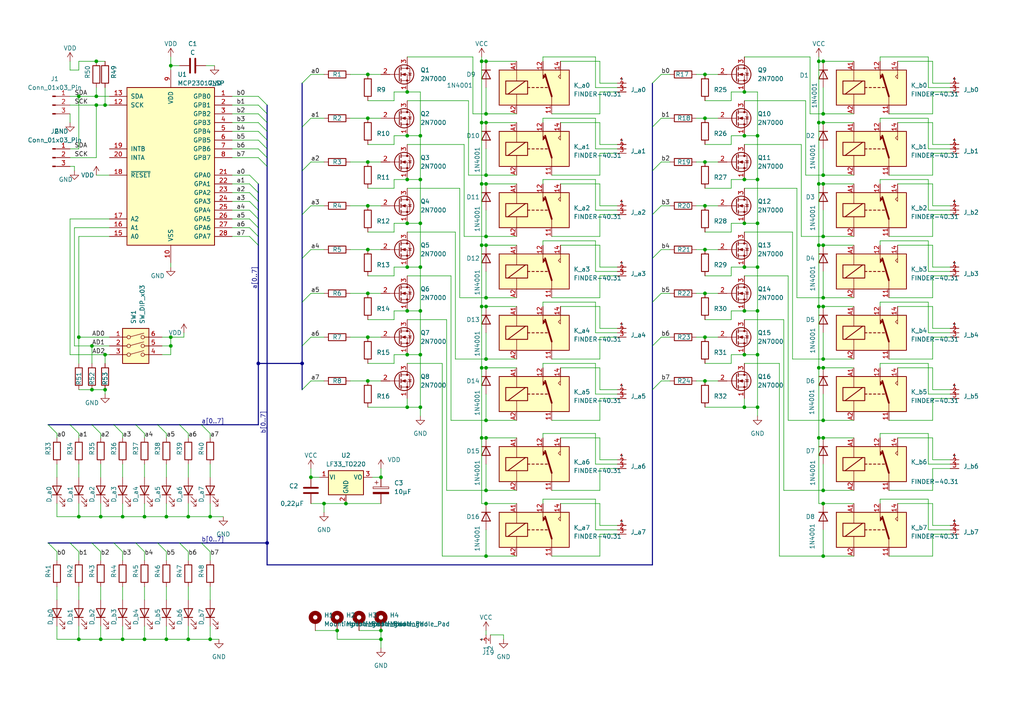
<source format=kicad_sch>
(kicad_sch (version 20230121) (generator eeschema)
  (paper "A4")
  (junction (at 77.47 157.48))
  (junction (at 49.53 97.79))
  (junction (at 238.76 35.56))
  (junction (at 97.79 182.88))
  (junction (at 238.76 104.14))
  (junction (at 140.97 142.24))
  (junction (at 29.21 185.42))
  (junction (at 121.92 102.87))
  (junction (at 54.61 149.86))
  (junction (at 219.71 39.37))
  (junction (at 110.49 138.43))
  (junction (at 219.71 118.11))
  (junction (at 237.49 88.9))
  (junction (at 238.76 68.58))
  (junction (at 22.86 27.94))
  (junction (at 215.9 39.37))
  (junction (at 140.97 17.78))
  (junction (at 215.9 118.11))
  (junction (at 121.92 39.37))
  (junction (at 87.63 105.41))
  (junction (at 41.91 185.42))
  (junction (at 238.76 17.78))
  (junction (at 140.97 50.8))
  (junction (at 139.7 17.78))
  (junction (at 139.7 106.68))
  (junction (at 238.76 161.29))
  (junction (at 238.76 121.92))
  (junction (at 118.11 26.67))
  (junction (at 26.67 113.03))
  (junction (at 118.11 52.07))
  (junction (at 204.47 110.49))
  (junction (at 106.68 72.39))
  (junction (at 215.9 52.07))
  (junction (at 219.71 90.17))
  (junction (at 140.97 161.29))
  (junction (at 27.94 30.48))
  (junction (at 204.47 34.29))
  (junction (at 139.7 71.12))
  (junction (at 204.47 72.39))
  (junction (at 140.97 33.02))
  (junction (at 121.92 52.07))
  (junction (at 140.97 53.34))
  (junction (at 121.92 77.47))
  (junction (at 237.49 127))
  (junction (at 118.11 90.17))
  (junction (at 219.71 52.07))
  (junction (at 48.26 149.86))
  (junction (at 139.7 88.9))
  (junction (at 237.49 53.34))
  (junction (at 139.7 127))
  (junction (at 215.9 77.47))
  (junction (at 118.11 39.37))
  (junction (at 237.49 35.56))
  (junction (at 35.56 149.86))
  (junction (at 237.49 17.78))
  (junction (at 121.92 64.77))
  (junction (at 121.92 118.11))
  (junction (at 22.86 149.86))
  (junction (at 238.76 71.12))
  (junction (at 27.94 27.94))
  (junction (at 140.97 88.9))
  (junction (at 29.21 149.86))
  (junction (at 100.33 146.05))
  (junction (at 106.68 97.79))
  (junction (at 238.76 146.05))
  (junction (at 219.71 64.77))
  (junction (at 204.47 46.99))
  (junction (at 27.94 17.78))
  (junction (at 30.48 30.48))
  (junction (at 139.7 53.34))
  (junction (at 48.26 185.42))
  (junction (at 140.97 71.12))
  (junction (at 30.48 102.87))
  (junction (at 93.98 146.05))
  (junction (at 74.93 105.41))
  (junction (at 139.7 35.56))
  (junction (at 49.53 100.33))
  (junction (at 90.17 138.43))
  (junction (at 106.68 59.69))
  (junction (at 106.68 85.09))
  (junction (at 215.9 26.67))
  (junction (at 110.49 182.88))
  (junction (at 118.11 64.77))
  (junction (at 30.48 113.03))
  (junction (at 140.97 146.05))
  (junction (at 41.91 149.86))
  (junction (at 106.68 34.29))
  (junction (at 238.76 50.8))
  (junction (at 204.47 59.69))
  (junction (at 215.9 102.87))
  (junction (at 54.61 185.42))
  (junction (at 204.47 21.59))
  (junction (at 49.53 19.05))
  (junction (at 22.86 97.79))
  (junction (at 219.71 77.47))
  (junction (at 140.97 68.58))
  (junction (at 22.86 185.42))
  (junction (at 118.11 102.87))
  (junction (at 219.71 102.87))
  (junction (at 238.76 106.68))
  (junction (at 140.97 121.92))
  (junction (at 237.49 106.68))
  (junction (at 140.97 106.68))
  (junction (at 110.49 185.42))
  (junction (at 118.11 118.11))
  (junction (at 60.96 185.42))
  (junction (at 238.76 53.34))
  (junction (at 140.97 127))
  (junction (at 238.76 33.02))
  (junction (at 238.76 86.36))
  (junction (at 238.76 142.24))
  (junction (at 204.47 85.09))
  (junction (at 106.68 46.99))
  (junction (at 204.47 97.79))
  (junction (at 35.56 185.42))
  (junction (at 140.97 35.56))
  (junction (at 140.97 104.14))
  (junction (at 237.49 71.12))
  (junction (at 215.9 90.17))
  (junction (at 238.76 88.9))
  (junction (at 121.92 90.17))
  (junction (at 215.9 64.77))
  (junction (at 140.97 86.36))
  (junction (at 238.76 127))
  (junction (at 60.96 149.86))
  (junction (at 26.67 100.33))
  (junction (at 106.68 21.59))
  (junction (at 118.11 77.47))
  (junction (at 106.68 110.49))
  (bus_entry (at 74.93 45.72) (size 2.54 2.54))
  (bus_entry (at 74.93 33.02) (size 2.54 2.54))
  (bus_entry (at 39.37 123.19) (size 2.54 2.54))
  (bus_entry (at 20.32 157.48) (size 2.54 2.54))
  (bus_entry (at 33.02 157.48) (size 2.54 2.54))
  (bus_entry (at 189.23 49.53) (size 2.54 -2.54))
  (bus_entry (at 26.67 157.48) (size 2.54 2.54))
  (bus_entry (at 87.63 62.23) (size 2.54 -2.54))
  (bus_entry (at 58.42 123.19) (size 2.54 2.54))
  (bus_entry (at 189.23 87.63) (size 2.54 -2.54))
  (bus_entry (at 74.93 27.94) (size 2.54 2.54))
  (bus_entry (at 20.32 123.19) (size 2.54 2.54))
  (bus_entry (at 13.97 157.48) (size 2.54 2.54))
  (bus_entry (at 189.23 113.03) (size 2.54 -2.54))
  (bus_entry (at 72.39 66.04) (size 2.54 2.54))
  (bus_entry (at 45.72 123.19) (size 2.54 2.54))
  (bus_entry (at 33.02 123.19) (size 2.54 2.54))
  (bus_entry (at 189.23 100.33) (size 2.54 -2.54))
  (bus_entry (at 74.93 43.18) (size 2.54 2.54))
  (bus_entry (at 74.93 38.1) (size 2.54 2.54))
  (bus_entry (at 87.63 49.53) (size 2.54 -2.54))
  (bus_entry (at 189.23 36.83) (size 2.54 -2.54))
  (bus_entry (at 72.39 58.42) (size 2.54 2.54))
  (bus_entry (at 189.23 24.13) (size 2.54 -2.54))
  (bus_entry (at 52.07 123.19) (size 2.54 2.54))
  (bus_entry (at 87.63 36.83) (size 2.54 -2.54))
  (bus_entry (at 72.39 63.5) (size 2.54 2.54))
  (bus_entry (at 87.63 87.63) (size 2.54 -2.54))
  (bus_entry (at 58.42 157.48) (size 2.54 2.54))
  (bus_entry (at 72.39 68.58) (size 2.54 2.54))
  (bus_entry (at 13.97 123.19) (size 2.54 2.54))
  (bus_entry (at 87.63 24.13) (size 2.54 -2.54))
  (bus_entry (at 26.67 123.19) (size 2.54 2.54))
  (bus_entry (at 87.63 100.33) (size 2.54 -2.54))
  (bus_entry (at 74.93 35.56) (size 2.54 2.54))
  (bus_entry (at 74.93 30.48) (size 2.54 2.54))
  (bus_entry (at 189.23 74.93) (size 2.54 -2.54))
  (bus_entry (at 189.23 62.23) (size 2.54 -2.54))
  (bus_entry (at 72.39 53.34) (size 2.54 2.54))
  (bus_entry (at 87.63 113.03) (size 2.54 -2.54))
  (bus_entry (at 87.63 74.93) (size 2.54 -2.54))
  (bus_entry (at 72.39 50.8) (size 2.54 2.54))
  (bus_entry (at 45.72 157.48) (size 2.54 2.54))
  (bus_entry (at 72.39 60.96) (size 2.54 2.54))
  (bus_entry (at 39.37 157.48) (size 2.54 2.54))
  (bus_entry (at 74.93 40.64) (size 2.54 2.54))
  (bus_entry (at 72.39 55.88) (size 2.54 2.54))
  (bus_entry (at 52.07 157.48) (size 2.54 2.54))
  (bus (pts (xy 77.47 35.56) (xy 77.47 38.1)))
  (wire (pts (xy 139.7 146.05) (xy 139.7 127)))
  (wire (pts (xy 231.14 54.61) (xy 231.14 86.36)))
  (wire (pts (xy 255.27 16.51) (xy 255.27 17.78)))
  (wire (pts (xy 275.59 97.79) (xy 270.51 97.79)))
  (wire (pts (xy 121.92 39.37) (xy 121.92 52.07)))
  (wire (pts (xy 46.99 97.79) (xy 49.53 97.79)))
  (wire (pts (xy 204.47 34.29) (xy 208.28 34.29)))
  (wire (pts (xy 157.48 105.41) (xy 157.48 106.68)))
  (wire (pts (xy 49.53 97.79) (xy 49.53 100.33)))
  (wire (pts (xy 140.97 60.96) (xy 140.97 68.58)))
  (bus (pts (xy 74.93 58.42) (xy 74.93 60.96)))
  (wire (pts (xy 149.86 161.29) (xy 140.97 161.29)))
  (wire (pts (xy 139.7 35.56) (xy 139.7 53.34)))
  (wire (pts (xy 134.62 41.91) (xy 134.62 68.58)))
  (wire (pts (xy 173.99 24.13) (xy 173.99 17.78)))
  (wire (pts (xy 204.47 29.21) (xy 212.09 29.21)))
  (wire (pts (xy 118.11 67.31) (xy 132.08 67.31)))
  (wire (pts (xy 270.51 68.58) (xy 270.51 62.23)))
  (wire (pts (xy 212.09 90.17) (xy 215.9 90.17)))
  (wire (pts (xy 93.98 146.05) (xy 93.98 148.59)))
  (wire (pts (xy 212.09 54.61) (xy 212.09 52.07)))
  (wire (pts (xy 172.72 114.3) (xy 172.72 105.41)))
  (wire (pts (xy 269.24 96.52) (xy 275.59 96.52)))
  (wire (pts (xy 20.32 43.18) (xy 22.86 43.18)))
  (wire (pts (xy 212.09 29.21) (xy 212.09 26.67)))
  (wire (pts (xy 21.59 100.33) (xy 26.67 100.33)))
  (wire (pts (xy 238.76 142.24) (xy 247.65 142.24)))
  (wire (pts (xy 219.71 102.87) (xy 219.71 118.11)))
  (wire (pts (xy 238.76 53.34) (xy 247.65 53.34)))
  (wire (pts (xy 30.48 102.87) (xy 30.48 105.41)))
  (bus (pts (xy 74.93 105.41) (xy 87.63 105.41)))
  (wire (pts (xy 270.51 113.03) (xy 270.51 106.68)))
  (wire (pts (xy 121.92 77.47) (xy 121.92 90.17)))
  (bus (pts (xy 189.23 100.33) (xy 189.23 113.03)))
  (wire (pts (xy 173.99 59.69) (xy 173.99 53.34)))
  (wire (pts (xy 172.72 153.67) (xy 172.72 144.78)))
  (wire (pts (xy 219.71 26.67) (xy 219.71 39.37)))
  (wire (pts (xy 22.86 17.78) (xy 22.86 20.32)))
  (wire (pts (xy 212.09 105.41) (xy 212.09 102.87)))
  (wire (pts (xy 60.96 181.61) (xy 60.96 185.42)))
  (wire (pts (xy 275.59 24.13) (xy 270.51 24.13)))
  (wire (pts (xy 49.53 19.05) (xy 52.07 19.05)))
  (wire (pts (xy 139.7 88.9) (xy 139.7 106.68)))
  (wire (pts (xy 35.56 185.42) (xy 41.91 185.42)))
  (wire (pts (xy 191.77 97.79) (xy 194.31 97.79)))
  (wire (pts (xy 219.71 118.11) (xy 219.71 120.65)))
  (wire (pts (xy 270.51 59.69) (xy 275.59 59.69)))
  (wire (pts (xy 106.68 92.71) (xy 114.3 92.71)))
  (wire (pts (xy 22.86 149.86) (xy 29.21 149.86)))
  (wire (pts (xy 269.24 60.96) (xy 269.24 52.07)))
  (wire (pts (xy 275.59 153.67) (xy 269.24 153.67)))
  (wire (pts (xy 162.56 88.9) (xy 173.99 88.9)))
  (wire (pts (xy 114.3 41.91) (xy 114.3 39.37)))
  (wire (pts (xy 101.6 46.99) (xy 106.68 46.99)))
  (wire (pts (xy 67.31 43.18) (xy 74.93 43.18)))
  (wire (pts (xy 110.49 185.42) (xy 110.49 187.96)))
  (wire (pts (xy 90.17 135.89) (xy 90.17 138.43)))
  (bus (pts (xy 52.07 123.19) (xy 58.42 123.19)))
  (wire (pts (xy 270.51 41.91) (xy 275.59 41.91)))
  (wire (pts (xy 67.31 27.94) (xy 74.93 27.94)))
  (wire (pts (xy 139.7 53.34) (xy 140.97 53.34)))
  (wire (pts (xy 228.6 80.01) (xy 228.6 121.92)))
  (wire (pts (xy 106.68 41.91) (xy 114.3 41.91)))
  (wire (pts (xy 22.86 97.79) (xy 22.86 105.41)))
  (wire (pts (xy 215.9 67.31) (xy 229.87 67.31)))
  (wire (pts (xy 238.76 127) (xy 237.49 127)))
  (wire (pts (xy 149.86 17.78) (xy 140.97 17.78)))
  (wire (pts (xy 140.97 106.68) (xy 149.86 106.68)))
  (bus (pts (xy 87.63 87.63) (xy 87.63 100.33)))
  (wire (pts (xy 234.95 33.02) (xy 234.95 16.51)))
  (wire (pts (xy 204.47 118.11) (xy 215.9 118.11)))
  (wire (pts (xy 257.81 121.92) (xy 270.51 121.92)))
  (wire (pts (xy 48.26 125.73) (xy 48.26 127)))
  (wire (pts (xy 30.48 113.03) (xy 30.48 114.3)))
  (wire (pts (xy 60.96 170.18) (xy 60.96 173.99)))
  (wire (pts (xy 257.81 86.36) (xy 270.51 86.36)))
  (wire (pts (xy 67.31 50.8) (xy 72.39 50.8)))
  (wire (pts (xy 173.99 88.9) (xy 173.99 95.25)))
  (bus (pts (xy 39.37 157.48) (xy 45.72 157.48)))
  (wire (pts (xy 255.27 69.85) (xy 255.27 71.12)))
  (wire (pts (xy 238.76 142.24) (xy 227.33 142.24)))
  (wire (pts (xy 269.24 153.67) (xy 269.24 144.78)))
  (wire (pts (xy 140.97 142.24) (xy 129.54 142.24)))
  (wire (pts (xy 20.32 63.5) (xy 20.32 102.87)))
  (wire (pts (xy 118.11 39.37) (xy 121.92 39.37)))
  (wire (pts (xy 140.97 88.9) (xy 149.86 88.9)))
  (wire (pts (xy 179.07 135.89) (xy 173.99 135.89)))
  (wire (pts (xy 114.3 26.67) (xy 118.11 26.67)))
  (bus (pts (xy 87.63 49.53) (xy 87.63 62.23)))
  (wire (pts (xy 128.27 105.41) (xy 128.27 161.29)))
  (wire (pts (xy 114.3 77.47) (xy 118.11 77.47)))
  (wire (pts (xy 255.27 87.63) (xy 269.24 87.63)))
  (wire (pts (xy 204.47 41.91) (xy 212.09 41.91)))
  (wire (pts (xy 41.91 185.42) (xy 48.26 185.42)))
  (wire (pts (xy 173.99 121.92) (xy 173.99 115.57)))
  (wire (pts (xy 212.09 77.47) (xy 215.9 77.47)))
  (wire (pts (xy 67.31 63.5) (xy 72.39 63.5)))
  (wire (pts (xy 48.26 160.02) (xy 48.26 162.56)))
  (wire (pts (xy 179.07 97.79) (xy 173.99 97.79)))
  (wire (pts (xy 275.59 60.96) (xy 269.24 60.96)))
  (wire (pts (xy 114.3 67.31) (xy 114.3 64.77)))
  (wire (pts (xy 237.49 53.34) (xy 237.49 71.12)))
  (wire (pts (xy 100.33 146.05) (xy 110.49 146.05)))
  (wire (pts (xy 49.53 100.33) (xy 49.53 102.87)))
  (wire (pts (xy 101.6 21.59) (xy 106.68 21.59)))
  (wire (pts (xy 67.31 58.42) (xy 72.39 58.42)))
  (wire (pts (xy 140.97 161.29) (xy 140.97 153.67)))
  (wire (pts (xy 269.24 52.07) (xy 255.27 52.07)))
  (wire (pts (xy 162.56 71.12) (xy 173.99 71.12)))
  (wire (pts (xy 106.68 110.49) (xy 110.49 110.49)))
  (wire (pts (xy 121.92 64.77) (xy 121.92 77.47)))
  (wire (pts (xy 212.09 102.87) (xy 215.9 102.87)))
  (wire (pts (xy 238.76 88.9) (xy 237.49 88.9)))
  (wire (pts (xy 41.91 160.02) (xy 41.91 162.56)))
  (wire (pts (xy 237.49 146.05) (xy 237.49 127)))
  (wire (pts (xy 101.6 59.69) (xy 106.68 59.69)))
  (wire (pts (xy 29.21 181.61) (xy 29.21 185.42)))
  (bus (pts (xy 77.47 33.02) (xy 77.47 35.56)))
  (bus (pts (xy 77.47 38.1) (xy 77.47 40.64)))
  (wire (pts (xy 67.31 55.88) (xy 72.39 55.88)))
  (wire (pts (xy 270.51 154.94) (xy 275.59 154.94)))
  (wire (pts (xy 106.68 54.61) (xy 114.3 54.61)))
  (wire (pts (xy 172.72 52.07) (xy 157.48 52.07)))
  (wire (pts (xy 118.11 118.11) (xy 121.92 118.11)))
  (wire (pts (xy 140.97 25.4) (xy 140.97 33.02)))
  (wire (pts (xy 22.86 97.79) (xy 31.75 97.79)))
  (wire (pts (xy 20.32 102.87) (xy 30.48 102.87)))
  (wire (pts (xy 275.59 43.18) (xy 269.24 43.18)))
  (bus (pts (xy 20.32 123.19) (xy 26.67 123.19)))
  (bus (pts (xy 87.63 100.33) (xy 87.63 105.41)))
  (wire (pts (xy 172.72 25.4) (xy 172.72 16.51)))
  (wire (pts (xy 191.77 72.39) (xy 194.31 72.39)))
  (wire (pts (xy 215.9 64.77) (xy 219.71 64.77)))
  (wire (pts (xy 238.76 68.58) (xy 247.65 68.58)))
  (bus (pts (xy 189.23 49.53) (xy 189.23 62.23)))
  (wire (pts (xy 270.51 88.9) (xy 270.51 95.25)))
  (wire (pts (xy 212.09 64.77) (xy 215.9 64.77)))
  (wire (pts (xy 22.86 125.73) (xy 22.86 127)))
  (wire (pts (xy 110.49 135.89) (xy 110.49 138.43)))
  (wire (pts (xy 247.65 17.78) (xy 238.76 17.78)))
  (wire (pts (xy 172.72 96.52) (xy 179.07 96.52)))
  (wire (pts (xy 54.61 134.62) (xy 54.61 138.43)))
  (wire (pts (xy 238.76 161.29) (xy 238.76 153.67)))
  (wire (pts (xy 157.48 144.78) (xy 157.48 146.05)))
  (bus (pts (xy 77.47 43.18) (xy 77.47 45.72)))
  (wire (pts (xy 215.9 102.87) (xy 219.71 102.87)))
  (wire (pts (xy 257.81 142.24) (xy 270.51 142.24)))
  (wire (pts (xy 60.96 160.02) (xy 60.96 162.56)))
  (wire (pts (xy 238.76 60.96) (xy 238.76 68.58)))
  (wire (pts (xy 238.76 127) (xy 247.65 127)))
  (wire (pts (xy 173.99 113.03) (xy 173.99 106.68)))
  (wire (pts (xy 201.93 97.79) (xy 204.47 97.79)))
  (wire (pts (xy 121.92 26.67) (xy 121.92 39.37)))
  (wire (pts (xy 26.67 100.33) (xy 31.75 100.33)))
  (wire (pts (xy 204.47 80.01) (xy 212.09 80.01)))
  (wire (pts (xy 90.17 97.79) (xy 93.98 97.79)))
  (wire (pts (xy 270.51 133.35) (xy 275.59 133.35)))
  (wire (pts (xy 106.68 59.69) (xy 110.49 59.69)))
  (wire (pts (xy 101.6 110.49) (xy 106.68 110.49)))
  (wire (pts (xy 255.27 105.41) (xy 255.27 106.68)))
  (bus (pts (xy 20.32 157.48) (xy 26.67 157.48)))
  (wire (pts (xy 260.35 53.34) (xy 270.51 53.34)))
  (wire (pts (xy 35.56 134.62) (xy 35.56 138.43)))
  (wire (pts (xy 60.96 185.42) (xy 63.5 185.42)))
  (wire (pts (xy 257.81 50.8) (xy 270.51 50.8)))
  (wire (pts (xy 191.77 85.09) (xy 194.31 85.09)))
  (wire (pts (xy 162.56 106.68) (xy 173.99 106.68)))
  (wire (pts (xy 140.97 33.02) (xy 137.16 33.02)))
  (wire (pts (xy 160.02 161.29) (xy 173.99 161.29)))
  (wire (pts (xy 90.17 72.39) (xy 93.98 72.39)))
  (wire (pts (xy 16.51 185.42) (xy 22.86 185.42)))
  (wire (pts (xy 227.33 92.71) (xy 215.9 92.71)))
  (wire (pts (xy 114.3 90.17) (xy 118.11 90.17)))
  (wire (pts (xy 118.11 26.67) (xy 121.92 26.67)))
  (wire (pts (xy 260.35 106.68) (xy 270.51 106.68)))
  (wire (pts (xy 173.99 133.35) (xy 179.07 133.35)))
  (wire (pts (xy 270.51 152.4) (xy 275.59 152.4)))
  (wire (pts (xy 212.09 26.67) (xy 215.9 26.67)))
  (wire (pts (xy 160.02 86.36) (xy 173.99 86.36)))
  (wire (pts (xy 162.56 53.34) (xy 173.99 53.34)))
  (wire (pts (xy 22.86 68.58) (xy 31.75 68.58)))
  (wire (pts (xy 270.51 62.23) (xy 275.59 62.23)))
  (wire (pts (xy 191.77 21.59) (xy 194.31 21.59)))
  (wire (pts (xy 270.51 97.79) (xy 270.51 104.14)))
  (bus (pts (xy 87.63 62.23) (xy 87.63 74.93)))
  (wire (pts (xy 97.79 182.88) (xy 97.79 185.42)))
  (wire (pts (xy 238.76 25.4) (xy 238.76 33.02)))
  (wire (pts (xy 255.27 144.78) (xy 255.27 146.05)))
  (wire (pts (xy 233.68 29.21) (xy 233.68 50.8)))
  (wire (pts (xy 270.51 95.25) (xy 275.59 95.25)))
  (wire (pts (xy 21.59 48.26) (xy 21.59 49.53)))
  (wire (pts (xy 162.56 146.05) (xy 173.99 146.05)))
  (wire (pts (xy 269.24 134.62) (xy 275.59 134.62)))
  (wire (pts (xy 226.06 161.29) (xy 238.76 161.29)))
  (wire (pts (xy 48.26 134.62) (xy 48.26 138.43)))
  (wire (pts (xy 46.99 102.87) (xy 49.53 102.87)))
  (wire (pts (xy 139.7 88.9) (xy 139.7 71.12)))
  (wire (pts (xy 135.89 50.8) (xy 140.97 50.8)))
  (bus (pts (xy 74.93 66.04) (xy 74.93 68.58)))
  (wire (pts (xy 215.9 105.41) (xy 226.06 105.41)))
  (wire (pts (xy 22.86 146.05) (xy 22.86 149.86)))
  (wire (pts (xy 275.59 135.89) (xy 270.51 135.89)))
  (wire (pts (xy 54.61 181.61) (xy 54.61 185.42)))
  (wire (pts (xy 140.97 71.12) (xy 139.7 71.12)))
  (wire (pts (xy 238.76 33.02) (xy 247.65 33.02)))
  (bus (pts (xy 77.47 30.48) (xy 77.47 33.02)))
  (wire (pts (xy 275.59 80.01) (xy 270.51 80.01)))
  (wire (pts (xy 173.99 104.14) (xy 160.02 104.14)))
  (wire (pts (xy 269.24 16.51) (xy 255.27 16.51)))
  (wire (pts (xy 157.48 71.12) (xy 157.48 69.85)))
  (wire (pts (xy 173.99 161.29) (xy 173.99 154.94)))
  (wire (pts (xy 257.81 161.29) (xy 270.51 161.29)))
  (wire (pts (xy 16.51 146.05) (xy 16.51 149.86)))
  (wire (pts (xy 22.86 43.18) (xy 22.86 27.94)))
  (wire (pts (xy 201.93 85.09) (xy 204.47 85.09)))
  (wire (pts (xy 255.27 125.73) (xy 269.24 125.73)))
  (wire (pts (xy 48.26 170.18) (xy 48.26 173.99)))
  (wire (pts (xy 140.97 43.18) (xy 140.97 50.8)))
  (wire (pts (xy 106.68 80.01) (xy 114.3 80.01)))
  (bus (pts (xy 87.63 36.83) (xy 87.63 49.53)))
  (wire (pts (xy 215.9 115.57) (xy 215.9 118.11)))
  (wire (pts (xy 173.99 95.25) (xy 179.07 95.25)))
  (wire (pts (xy 60.96 149.86) (xy 64.77 149.86)))
  (wire (pts (xy 137.16 16.51) (xy 118.11 16.51)))
  (bus (pts (xy 77.47 157.48) (xy 77.47 163.83)))
  (wire (pts (xy 16.51 149.86) (xy 22.86 149.86)))
  (wire (pts (xy 35.56 170.18) (xy 35.56 173.99)))
  (wire (pts (xy 215.9 54.61) (xy 231.14 54.61)))
  (wire (pts (xy 114.3 39.37) (xy 118.11 39.37)))
  (wire (pts (xy 160.02 33.02) (xy 173.99 33.02)))
  (wire (pts (xy 270.51 44.45) (xy 275.59 44.45)))
  (wire (pts (xy 157.48 16.51) (xy 157.48 17.78)))
  (wire (pts (xy 204.47 105.41) (xy 212.09 105.41)))
  (bus (pts (xy 26.67 123.19) (xy 33.02 123.19)))
  (wire (pts (xy 173.99 26.67) (xy 179.07 26.67)))
  (wire (pts (xy 21.59 48.26) (xy 20.32 48.26)))
  (wire (pts (xy 130.81 121.92) (xy 140.97 121.92)))
  (wire (pts (xy 118.11 29.21) (xy 135.89 29.21)))
  (wire (pts (xy 22.86 113.03) (xy 26.67 113.03)))
  (wire (pts (xy 48.26 149.86) (xy 54.61 149.86)))
  (wire (pts (xy 142.24 184.15) (xy 146.05 184.15)))
  (wire (pts (xy 20.32 30.48) (xy 27.94 30.48)))
  (wire (pts (xy 215.9 29.21) (xy 233.68 29.21)))
  (wire (pts (xy 54.61 149.86) (xy 60.96 149.86)))
  (bus (pts (xy 87.63 74.93) (xy 87.63 87.63)))
  (wire (pts (xy 67.31 35.56) (xy 74.93 35.56)))
  (wire (pts (xy 133.35 54.61) (xy 133.35 86.36)))
  (wire (pts (xy 35.56 125.73) (xy 35.56 127)))
  (wire (pts (xy 26.67 100.33) (xy 26.67 105.41)))
  (wire (pts (xy 60.96 146.05) (xy 60.96 149.86)))
  (wire (pts (xy 237.49 35.56) (xy 237.49 53.34)))
  (wire (pts (xy 237.49 146.05) (xy 238.76 146.05)))
  (wire (pts (xy 140.97 121.92) (xy 149.86 121.92)))
  (wire (pts (xy 101.6 72.39) (xy 106.68 72.39)))
  (wire (pts (xy 270.51 50.8) (xy 270.51 44.45)))
  (wire (pts (xy 270.51 71.12) (xy 270.51 77.47)))
  (bus (pts (xy 74.93 68.58) (xy 74.93 71.12)))
  (wire (pts (xy 101.6 97.79) (xy 106.68 97.79)))
  (wire (pts (xy 140.97 96.52) (xy 140.97 104.14)))
  (wire (pts (xy 67.31 30.48) (xy 74.93 30.48)))
  (wire (pts (xy 157.48 87.63) (xy 172.72 87.63)))
  (wire (pts (xy 269.24 69.85) (xy 269.24 78.74)))
  (wire (pts (xy 173.99 154.94) (xy 179.07 154.94)))
  (wire (pts (xy 237.49 88.9) (xy 237.49 106.68)))
  (wire (pts (xy 179.07 153.67) (xy 172.72 153.67)))
  (wire (pts (xy 121.92 52.07) (xy 121.92 64.77)))
  (wire (pts (xy 269.24 105.41) (xy 255.27 105.41)))
  (wire (pts (xy 54.61 185.42) (xy 60.96 185.42)))
  (wire (pts (xy 257.81 68.58) (xy 270.51 68.58)))
  (wire (pts (xy 114.3 64.77) (xy 118.11 64.77)))
  (wire (pts (xy 41.91 149.86) (xy 48.26 149.86)))
  (wire (pts (xy 212.09 80.01) (xy 212.09 77.47)))
  (wire (pts (xy 215.9 26.67) (xy 219.71 26.67)))
  (wire (pts (xy 118.11 80.01) (xy 130.81 80.01)))
  (wire (pts (xy 41.91 125.73) (xy 41.91 127)))
  (wire (pts (xy 22.86 27.94) (xy 27.94 27.94)))
  (wire (pts (xy 106.68 46.99) (xy 110.49 46.99)))
  (wire (pts (xy 106.68 21.59) (xy 110.49 21.59)))
  (wire (pts (xy 90.17 59.69) (xy 93.98 59.69)))
  (wire (pts (xy 139.7 106.68) (xy 140.97 106.68)))
  (wire (pts (xy 21.59 66.04) (xy 31.75 66.04)))
  (wire (pts (xy 204.47 92.71) (xy 212.09 92.71)))
  (wire (pts (xy 238.76 43.18) (xy 238.76 50.8)))
  (wire (pts (xy 238.76 71.12) (xy 247.65 71.12)))
  (wire (pts (xy 172.72 16.51) (xy 157.48 16.51)))
  (bus (pts (xy 189.23 74.93) (xy 189.23 87.63)))
  (wire (pts (xy 27.94 50.8) (xy 31.75 50.8)))
  (wire (pts (xy 139.7 17.78) (xy 139.7 35.56)))
  (wire (pts (xy 20.32 17.78) (xy 20.32 20.32)))
  (wire (pts (xy 140.97 114.3) (xy 140.97 121.92)))
  (wire (pts (xy 215.9 41.91) (xy 232.41 41.91)))
  (wire (pts (xy 232.41 68.58) (xy 238.76 68.58)))
  (wire (pts (xy 67.31 53.34) (xy 72.39 53.34)))
  (wire (pts (xy 215.9 80.01) (xy 228.6 80.01)))
  (wire (pts (xy 118.11 52.07) (xy 121.92 52.07)))
  (wire (pts (xy 237.49 106.68) (xy 238.76 106.68)))
  (wire (pts (xy 118.11 102.87) (xy 121.92 102.87)))
  (wire (pts (xy 29.21 149.86) (xy 35.56 149.86)))
  (wire (pts (xy 16.51 181.61) (xy 16.51 185.42)))
  (wire (pts (xy 172.72 105.41) (xy 157.48 105.41)))
  (wire (pts (xy 237.49 53.34) (xy 238.76 53.34)))
  (wire (pts (xy 157.48 127) (xy 157.48 125.73)))
  (wire (pts (xy 255.27 125.73) (xy 255.27 127)))
  (wire (pts (xy 146.05 184.15) (xy 146.05 185.42)))
  (wire (pts (xy 227.33 92.71) (xy 227.33 142.24)))
  (wire (pts (xy 238.76 50.8) (xy 247.65 50.8)))
  (wire (pts (xy 22.86 20.32) (xy 20.32 20.32)))
  (wire (pts (xy 128.27 161.29) (xy 140.97 161.29)))
  (bus (pts (xy 74.93 123.19) (xy 74.93 105.41)))
  (wire (pts (xy 41.91 181.61) (xy 41.91 185.42)))
  (wire (pts (xy 269.24 114.3) (xy 269.24 105.41)))
  (wire (pts (xy 114.3 80.01) (xy 114.3 77.47)))
  (wire (pts (xy 219.71 90.17) (xy 219.71 102.87)))
  (wire (pts (xy 41.91 134.62) (xy 41.91 138.43)))
  (wire (pts (xy 140.97 17.78) (xy 139.7 17.78)))
  (wire (pts (xy 60.96 134.62) (xy 60.96 138.43)))
  (wire (pts (xy 173.99 97.79) (xy 173.99 104.14)))
  (wire (pts (xy 255.27 52.07) (xy 255.27 53.34)))
  (wire (pts (xy 269.24 43.18) (xy 269.24 34.29)))
  (wire (pts (xy 27.94 30.48) (xy 30.48 30.48)))
  (bus (pts (xy 45.72 123.19) (xy 52.07 123.19)))
  (bus (pts (xy 189.23 87.63) (xy 189.23 100.33)))
  (wire (pts (xy 270.51 161.29) (xy 270.51 154.94)))
  (wire (pts (xy 67.31 68.58) (xy 72.39 68.58)))
  (wire (pts (xy 172.72 78.74) (xy 179.07 78.74)))
  (wire (pts (xy 90.17 110.49) (xy 93.98 110.49)))
  (wire (pts (xy 26.67 113.03) (xy 30.48 113.03)))
  (wire (pts (xy 204.47 97.79) (xy 208.28 97.79)))
  (wire (pts (xy 110.49 182.88) (xy 110.49 185.42)))
  (wire (pts (xy 191.77 34.29) (xy 194.31 34.29)))
  (wire (pts (xy 90.17 46.99) (xy 93.98 46.99)))
  (wire (pts (xy 114.3 92.71) (xy 114.3 90.17)))
  (wire (pts (xy 157.48 125.73) (xy 172.72 125.73)))
  (wire (pts (xy 67.31 33.02) (xy 74.93 33.02)))
  (wire (pts (xy 204.47 110.49) (xy 208.28 110.49)))
  (wire (pts (xy 255.27 87.63) (xy 255.27 88.9)))
  (wire (pts (xy 132.08 104.14) (xy 140.97 104.14)))
  (wire (pts (xy 104.14 182.88) (xy 110.49 182.88)))
  (wire (pts (xy 269.24 78.74) (xy 275.59 78.74)))
  (bus (pts (xy 45.72 157.48) (xy 52.07 157.48)))
  (wire (pts (xy 179.07 43.18) (xy 172.72 43.18)))
  (wire (pts (xy 270.51 121.92) (xy 270.51 115.57)))
  (wire (pts (xy 22.86 185.42) (xy 29.21 185.42)))
  (wire (pts (xy 30.48 30.48) (xy 31.75 30.48)))
  (wire (pts (xy 172.72 69.85) (xy 172.72 78.74)))
  (wire (pts (xy 140.97 68.58) (xy 149.86 68.58)))
  (wire (pts (xy 270.51 35.56) (xy 270.51 41.91)))
  (wire (pts (xy 238.76 88.9) (xy 247.65 88.9)))
  (wire (pts (xy 41.91 146.05) (xy 41.91 149.86)))
  (wire (pts (xy 140.97 35.56) (xy 149.86 35.56)))
  (wire (pts (xy 269.24 144.78) (xy 255.27 144.78)))
  (wire (pts (xy 16.51 160.02) (xy 16.51 162.56)))
  (wire (pts (xy 129.54 92.71) (xy 118.11 92.71)))
  (wire (pts (xy 22.86 17.78) (xy 27.94 17.78)))
  (wire (pts (xy 90.17 138.43) (xy 92.71 138.43)))
  (wire (pts (xy 215.9 90.17) (xy 219.71 90.17)))
  (wire (pts (xy 140.97 127) (xy 139.7 127)))
  (wire (pts (xy 107.95 138.43) (xy 110.49 138.43)))
  (wire (pts (xy 269.24 34.29) (xy 255.27 34.29)))
  (bus (pts (xy 58.42 157.48) (xy 77.47 157.48)))
  (wire (pts (xy 139.7 106.68) (xy 139.7 127)))
  (bus (pts (xy 74.93 60.96) (xy 74.93 63.5)))
  (wire (pts (xy 212.09 67.31) (xy 212.09 64.77)))
  (wire (pts (xy 106.68 34.29) (xy 110.49 34.29)))
  (wire (pts (xy 91.44 182.88) (xy 97.79 182.88)))
  (wire (pts (xy 255.27 34.29) (xy 255.27 35.56)))
  (wire (pts (xy 22.86 134.62) (xy 22.86 138.43)))
  (wire (pts (xy 270.51 80.01) (xy 270.51 86.36)))
  (wire (pts (xy 97.79 185.42) (xy 110.49 185.42)))
  (wire (pts (xy 16.51 170.18) (xy 16.51 173.99)))
  (wire (pts (xy 173.99 62.23) (xy 179.07 62.23)))
  (wire (pts (xy 238.76 146.05) (xy 247.65 146.05)))
  (wire (pts (xy 215.9 118.11) (xy 219.71 118.11)))
  (wire (pts (xy 121.92 102.87) (xy 121.92 118.11)))
  (wire (pts (xy 162.56 35.56) (xy 173.99 35.56)))
  (wire (pts (xy 114.3 102.87) (xy 118.11 102.87)))
  (wire (pts (xy 16.51 125.73) (xy 16.51 127)))
  (wire (pts (xy 275.59 25.4) (xy 269.24 25.4)))
  (wire (pts (xy 54.61 170.18) (xy 54.61 173.99)))
  (wire (pts (xy 118.11 115.57) (xy 118.11 118.11)))
  (wire (pts (xy 238.76 71.12) (xy 237.49 71.12)))
  (wire (pts (xy 162.56 127) (xy 173.99 127)))
  (wire (pts (xy 67.31 38.1) (xy 74.93 38.1)))
  (wire (pts (xy 238.76 121.92) (xy 247.65 121.92)))
  (wire (pts (xy 114.3 54.61) (xy 114.3 52.07)))
  (wire (pts (xy 90.17 85.09) (xy 93.98 85.09)))
  (wire (pts (xy 204.47 72.39) (xy 208.28 72.39)))
  (wire (pts (xy 232.41 41.91) (xy 232.41 68.58)))
  (wire (pts (xy 172.72 144.78) (xy 157.48 144.78)))
  (wire (pts (xy 130.81 80.01) (xy 130.81 121.92)))
  (wire (pts (xy 140.97 86.36) (xy 140.97 78.74)))
  (wire (pts (xy 49.53 16.51) (xy 49.53 19.05)))
  (wire (pts (xy 106.68 118.11) (xy 118.11 118.11)))
  (wire (pts (xy 201.93 110.49) (xy 204.47 110.49)))
  (wire (pts (xy 269.24 125.73) (xy 269.24 134.62)))
  (wire (pts (xy 106.68 72.39) (xy 110.49 72.39)))
  (wire (pts (xy 20.32 63.5) (xy 31.75 63.5)))
  (wire (pts (xy 157.48 88.9) (xy 157.48 87.63)))
  (wire (pts (xy 179.07 24.13) (xy 173.99 24.13)))
  (wire (pts (xy 140.97 127) (xy 149.86 127)))
  (wire (pts (xy 140.97 71.12) (xy 149.86 71.12)))
  (wire (pts (xy 270.51 127) (xy 270.51 133.35)))
  (wire (pts (xy 27.94 27.94) (xy 31.75 27.94)))
  (bus (pts (xy 33.02 123.19) (xy 39.37 123.19)))
  (wire (pts (xy 29.21 146.05) (xy 29.21 149.86)))
  (wire (pts (xy 132.08 67.31) (xy 132.08 104.14)))
  (wire (pts (xy 173.99 41.91) (xy 179.07 41.91)))
  (wire (pts (xy 90.17 34.29) (xy 93.98 34.29)))
  (wire (pts (xy 238.76 35.56) (xy 247.65 35.56)))
  (wire (pts (xy 118.11 54.61) (xy 133.35 54.61)))
  (wire (pts (xy 237.49 35.56) (xy 238.76 35.56)))
  (wire (pts (xy 49.53 97.79) (xy 53.34 97.79)))
  (wire (pts (xy 201.93 72.39) (xy 204.47 72.39)))
  (bus (pts (xy 87.63 24.13) (xy 87.63 36.83)))
  (wire (pts (xy 201.93 46.99) (xy 204.47 46.99)))
  (wire (pts (xy 229.87 67.31) (xy 229.87 104.14)))
  (wire (pts (xy 35.56 146.05) (xy 35.56 149.86)))
  (wire (pts (xy 204.47 85.09) (xy 208.28 85.09)))
  (wire (pts (xy 22.86 160.02) (xy 22.86 162.56)))
  (wire (pts (xy 270.51 77.47) (xy 275.59 77.47)))
  (wire (pts (xy 106.68 105.41) (xy 114.3 105.41)))
  (wire (pts (xy 22.86 68.58) (xy 22.86 97.79)))
  (wire (pts (xy 93.98 146.05) (xy 100.33 146.05)))
  (wire (pts (xy 219.71 39.37) (xy 219.71 52.07)))
  (wire (pts (xy 134.62 68.58) (xy 140.97 68.58)))
  (wire (pts (xy 29.21 185.42) (xy 35.56 185.42)))
  (wire (pts (xy 260.35 71.12) (xy 270.51 71.12)))
  (wire (pts (xy 270.51 59.69) (xy 270.51 53.34)))
  (wire (pts (xy 157.48 52.07) (xy 157.48 53.34)))
  (wire (pts (xy 173.99 68.58) (xy 173.99 62.23)))
  (wire (pts (xy 238.76 114.3) (xy 238.76 121.92)))
  (wire (pts (xy 269.24 87.63) (xy 269.24 96.52)))
  (wire (pts (xy 59.69 19.05) (xy 62.23 19.05)))
  (wire (pts (xy 173.99 127) (xy 173.99 133.35)))
  (wire (pts (xy 201.93 34.29) (xy 204.47 34.29)))
  (wire (pts (xy 172.72 125.73) (xy 172.72 134.62)))
  (wire (pts (xy 270.51 113.03) (xy 275.59 113.03)))
  (wire (pts (xy 160.02 50.8) (xy 173.99 50.8)))
  (wire (pts (xy 35.56 181.61) (xy 35.56 185.42)))
  (wire (pts (xy 204.47 59.69) (xy 208.28 59.69)))
  (wire (pts (xy 48.26 146.05) (xy 48.26 149.86)))
  (wire (pts (xy 179.07 114.3) (xy 172.72 114.3)))
  (wire (pts (xy 247.65 86.36) (xy 238.76 86.36)))
  (wire (pts (xy 160.02 68.58) (xy 173.99 68.58)))
  (wire (pts (xy 140.97 88.9) (xy 139.7 88.9)))
  (wire (pts (xy 226.06 105.41) (xy 226.06 161.29)))
  (bus (pts (xy 74.93 53.34) (xy 74.93 55.88)))
  (bus (pts (xy 33.02 157.48) (xy 39.37 157.48)))
  (wire (pts (xy 67.31 40.64) (xy 74.93 40.64)))
  (wire (pts (xy 106.68 29.21) (xy 114.3 29.21)))
  (bus (pts (xy 13.97 123.19) (xy 20.32 123.19)))
  (wire (pts (xy 173.99 44.45) (xy 179.07 44.45)))
  (wire (pts (xy 237.49 17.78) (xy 237.49 16.51)))
  (wire (pts (xy 238.76 104.14) (xy 247.65 104.14)))
  (wire (pts (xy 260.35 127) (xy 270.51 127)))
  (wire (pts (xy 118.11 64.77) (xy 121.92 64.77)))
  (wire (pts (xy 270.51 17.78) (xy 260.35 17.78)))
  (bus (pts (xy 74.93 55.88) (xy 74.93 58.42)))
  (wire (pts (xy 29.21 134.62) (xy 29.21 138.43)))
  (bus (pts (xy 77.47 48.26) (xy 77.47 157.48)))
  (wire (pts (xy 16.51 134.62) (xy 16.51 138.43)))
  (wire (pts (xy 67.31 66.04) (xy 72.39 66.04)))
  (wire (pts (xy 121.92 118.11) (xy 121.92 120.65)))
  (wire (pts (xy 121.92 90.17) (xy 121.92 102.87)))
  (wire (pts (xy 173.99 35.56) (xy 173.99 41.91)))
  (wire (pts (xy 237.49 17.78) (xy 237.49 35.56)))
  (wire (pts (xy 20.32 45.72) (xy 27.94 45.72)))
  (wire (pts (xy 67.31 60.96) (xy 72.39 60.96)))
  (wire (pts (xy 140.97 134.62) (xy 140.97 142.24)))
  (wire (pts (xy 21.59 66.04) (xy 21.59 100.33)))
  (wire (pts (xy 260.35 35.56) (xy 270.51 35.56)))
  (wire (pts (xy 140.97 33.02) (xy 149.86 33.02)))
  (wire (pts (xy 270.51 26.67) (xy 275.59 26.67)))
  (bus (pts (xy 13.97 157.48) (xy 20.32 157.48)))
  (wire (pts (xy 179.07 60.96) (xy 172.72 60.96)))
  (wire (pts (xy 191.77 110.49) (xy 194.31 110.49)))
  (wire (pts (xy 30.48 102.87) (xy 31.75 102.87)))
  (wire (pts (xy 212.09 92.71) (xy 212.09 90.17)))
  (wire (pts (xy 179.07 25.4) (xy 172.72 25.4)))
  (wire (pts (xy 257.81 33.02) (xy 270.51 33.02)))
  (wire (pts (xy 48.26 181.61) (xy 48.26 185.42)))
  (wire (pts (xy 173.99 59.69) (xy 179.07 59.69)))
  (bus (pts (xy 39.37 123.19) (xy 45.72 123.19)))
  (wire (pts (xy 228.6 121.92) (xy 238.76 121.92)))
  (wire (pts (xy 270.51 104.14) (xy 257.81 104.14)))
  (wire (pts (xy 160.02 142.24) (xy 173.99 142.24)))
  (bus (pts (xy 58.42 123.19) (xy 74.93 123.19)))
  (wire (pts (xy 41.91 170.18) (xy 41.91 173.99)))
  (bus (pts (xy 74.93 71.12) (xy 74.93 105.41)))
  (wire (pts (xy 238.76 106.68) (xy 247.65 106.68)))
  (wire (pts (xy 157.48 69.85) (xy 172.72 69.85)))
  (wire (pts (xy 118.11 105.41) (xy 128.27 105.41)))
  (wire (pts (xy 270.51 115.57) (xy 275.59 115.57)))
  (wire (pts (xy 173.99 17.78) (xy 162.56 17.78)))
  (wire (pts (xy 238.76 86.36) (xy 238.76 78.74)))
  (wire (pts (xy 215.9 39.37) (xy 219.71 39.37)))
  (wire (pts (xy 173.99 50.8) (xy 173.99 44.45)))
  (wire (pts (xy 191.77 59.69) (xy 194.31 59.69)))
  (wire (pts (xy 49.53 77.47) (xy 49.53 76.2)))
  (wire (pts (xy 201.93 59.69) (xy 204.47 59.69)))
  (wire (pts (xy 29.21 125.73) (xy 29.21 127)))
  (wire (pts (xy 139.7 146.05) (xy 140.97 146.05)))
  (wire (pts (xy 270.51 24.13) (xy 270.51 17.78)))
  (wire (pts (xy 173.99 115.57) (xy 179.07 115.57)))
  (wire (pts (xy 173.99 152.4) (xy 179.07 152.4)))
  (wire (pts (xy 90.17 21.59) (xy 93.98 21.59)))
  (wire (pts (xy 270.51 152.4) (xy 270.51 146.05)))
  (wire (pts (xy 49.53 19.05) (xy 49.53 20.32)))
  (wire (pts (xy 101.6 85.09) (xy 106.68 85.09)))
  (wire (pts (xy 173.99 80.01) (xy 173.99 86.36)))
  (wire (pts (xy 106.68 97.79) (xy 110.49 97.79)))
  (bus (pts (xy 26.67 157.48) (xy 33.02 157.48)))
  (bus (pts (xy 52.07 157.48) (xy 58.42 157.48)))
  (wire (pts (xy 204.47 21.59) (xy 208.28 21.59)))
  (wire (pts (xy 118.11 90.17) (xy 121.92 90.17)))
  (wire (pts (xy 173.99 77.47) (xy 179.07 77.47)))
  (wire (pts (xy 201.93 21.59) (xy 204.47 21.59)))
  (wire (pts (xy 215.9 52.07) (xy 219.71 52.07)))
  (wire (pts (xy 139.7 53.34) (xy 139.7 71.12)))
  (wire (pts (xy 54.61 125.73) (xy 54.61 127)))
  (wire (pts (xy 255.27 69.85) (xy 269.24 69.85)))
  (wire (pts (xy 238.76 33.02) (xy 234.95 33.02)))
  (wire (pts (xy 114.3 29.21) (xy 114.3 26.67)))
  (wire (pts (xy 114.3 105.41) (xy 114.3 102.87)))
  (wire (pts (xy 204.47 46.99) (xy 208.28 46.99)))
  (wire (pts (xy 27.94 25.4) (xy 27.94 27.94)))
  (bus (pts (xy 77.47 45.72) (xy 77.47 48.26)))
  (wire (pts (xy 48.26 185.42) (xy 54.61 185.42)))
  (wire (pts (xy 139.7 17.78) (xy 139.7 16.51)))
  (wire (pts (xy 139.7 35.56) (xy 140.97 35.56)))
  (wire (pts (xy 212.09 52.07) (xy 215.9 52.07)))
  (wire (pts (xy 234.95 16.51) (xy 215.9 16.51)))
  (wire (pts (xy 173.99 152.4) (xy 173.99 146.05)))
  (wire (pts (xy 219.71 52.07) (xy 219.71 64.77)))
  (wire (pts (xy 114.3 52.07) (xy 118.11 52.07)))
  (wire (pts (xy 129.54 92.71) (xy 129.54 142.24)))
  (wire (pts (xy 137.16 33.02) (xy 137.16 16.51)))
  (wire (pts (xy 215.9 77.47) (xy 219.71 77.47)))
  (wire (pts (xy 275.59 114.3) (xy 269.24 114.3)))
  (wire (pts (xy 35.56 160.02) (xy 35.56 162.56)))
  (wire (pts (xy 118.11 77.47) (xy 121.92 77.47)))
  (wire (pts (xy 20.32 27.94) (xy 22.86 27.94)))
  (wire (pts (xy 173.99 33.02) (xy 173.99 26.67)))
  (bus (pts (xy 77.47 163.83) (xy 189.23 163.83)))
  (wire (pts (xy 140.97 146.05) (xy 149.86 146.05)))
  (wire (pts (xy 172.72 34.29) (xy 157.48 34.29)))
  (wire (pts (xy 172.72 43.18) (xy 172.72 34.29)))
  (wire (pts (xy 212.09 39.37) (xy 215.9 39.37)))
  (wire (pts (xy 106.68 67.31) (xy 114.3 67.31)))
  (wire (pts (xy 135.89 29.21) (xy 135.89 50.8)))
  (bus (pts (xy 87.63 105.41) (xy 87.63 113.03)))
  (wire (pts (xy 140.97 142.24) (xy 149.86 142.24)))
  (wire (pts (xy 173.99 71.12) (xy 173.99 77.47)))
  (wire (pts (xy 140.97 104.14) (xy 149.86 104.14)))
  (wire (pts (xy 237.49 88.9) (xy 237.49 71.12)))
  (wire (pts (xy 157.48 34.29) (xy 157.48 35.56)))
  (wire (pts (xy 238.76 96.52) (xy 238.76 104.14)))
  (wire (pts (xy 212.09 41.91) (xy 212.09 39.37)))
  (wire (pts (xy 27.94 17.78) (xy 30.48 17.78)))
  (wire (pts (xy 101.6 34.29) (xy 106.68 34.29)))
  (wire (pts (xy 149.86 86.36) (xy 140.97 86.36)))
  (wire (pts (xy 238.76 17.78) (xy 237.49 17.78)))
  (wire (pts (xy 67.31 45.72) (xy 74.93 45.72)))
  (wire (pts (xy 29.21 170.18) (xy 29.21 173.99)))
  (wire (pts (xy 106.68 85.09) (xy 110.49 85.09)))
  (bus (pts (xy 189.23 24.13) (xy 189.23 36.83)))
  (wire (pts (xy 247.65 161.29) (xy 238.76 161.29)))
  (wire (pts (xy 140.97 182.88) (xy 140.97 184.15)))
  (wire (pts (xy 140.97 53.34) (xy 149.86 53.34)))
  (bus (pts (xy 189.23 36.83) (xy 189.23 49.53)))
  (wire (pts (xy 133.35 86.36) (xy 140.97 86.36)))
  (wire (pts (xy 27.94 45.72) (xy 27.94 30.48)))
  (wire (pts (xy 260.35 146.05) (xy 270.51 146.05)))
  (wire (pts (xy 172.72 134.62) (xy 179.07 134.62)))
  (wire (pts (xy 118.11 41.91) (xy 134.62 41.91)))
  (wire (pts (xy 30.48 25.4) (xy 30.48 30.48)))
  (wire (pts (xy 54.61 160.02) (xy 54.61 162.56)))
  (bus (pts (xy 189.23 62.23) (xy 189.23 74.93)))
  (wire (pts (xy 219.71 64.77) (xy 219.71 77.47)))
  (bus (pts (xy 77.47 40.64) (xy 77.47 43.18)))
  (wire (pts (xy 219.71 77.47) (xy 219.71 90.17)))
  (wire (pts (xy 54.61 146.05) (xy 54.61 149.86)))
  (wire (pts (xy 20.32 33.02) (xy 20.32 35.56)))
  (wire (pts (xy 270.51 135.89) (xy 270.51 142.24)))
  (wire (pts (xy 35.56 149.86) (xy 41.91 149.86)))
  (wire (pts (xy 173.99 113.03) (xy 179.07 113.03)))
  (wire (pts (xy 231.14 86.36) (xy 238.76 86.36)))
  (wire (pts (xy 29.21 160.02) (xy 29.21 162.56)))
  (wire (pts (xy 229.87 104.14) (xy 238.76 104.14)))
  (wire (pts (xy 140.97 50.8) (xy 149.86 50.8)))
  (wire (pts (xy 237.49 106.68) (xy 237.49 127)))
  (wire (pts (xy 22.86 170.18) (xy 22.86 173.99)))
  (wire (pts (xy 179.07 80.01) (xy 173.99 80.01)))
  (wire (pts (xy 204.47 54.61) (xy 212.09 54.61)))
  (wire (pts (xy 191.77 46.99) (xy 194.31 46.99)))
  (wire (pts (xy 173.99 135.89) (xy 173.99 142.24)))
  (wire (pts (xy 269.24 25.4) (xy 269.24 16.51)))
  (wire (pts (xy 22.86 181.61) (xy 22.86 185.42)))
  (wire (pts (xy 172.72 87.63) (xy 172.72 96.52)))
  (wire (pts (xy 46.99 100.33) (xy 49.53 100.33)))
  (bus (pts (xy 74.93 63.5) (xy 74.93 66.04)))
  (wire (pts (xy 160.02 121.92) (xy 173.99 121.92)))
  (wire (pts (xy 90.17 146.05) (xy 93.98 146.05)))
  (wire (pts (xy 260.35 88.9) (xy 270.51 88.9)))
  (wire (pts (xy 204.47 67.31) (xy 212.09 67.31)))
  (wire (pts (xy 53.34 97.79) (xy 53.34 96.52)))
  (wire (pts (xy 233.68 50.8) (xy 238.76 50.8)))
  (wire (pts (xy 238.76 134.62) (xy 238.76 142.24)))
  (wire (pts (xy 270.51 33.02) (xy 270.51 26.67)))
  (wire (pts (xy 60.96 125.73) (xy 60.96 127)))
  (bus (pts (xy 189.23 113.03) (xy 189.23 163.83)))
  (wire (pts (xy 172.72 60.96) (xy 172.72 52.07)))
  (label "a[0..7]" (at 58.42 123.19 0))
  (label "b1" (at 191.77 34.29 0))
  (label "a1" (at 22.86 127 0))
  (label "SDA" (at 21.59 43.18 0))
  (label "b1" (at 22.86 161.29 0))
  (label "a6" (at 68.58 66.04 0))
  (label "b7" (at 60.96 161.29 0))
  (label "b4" (at 68.58 38.1 0))
  (label "a3" (at 68.58 58.42 0))
  (label "a2" (at 29.21 127 0))
  (label "a0" (at 68.58 50.8 0))
  (label "a4" (at 90.17 72.39 0))
  (label "b5" (at 191.77 85.09 0))
  (label "b4" (at 41.91 161.29 0))
  (label "a3" (at 90.17 59.69 0))
  (label "a1" (at 68.58 53.34 0))
  (label "AD0" (at 26.67 97.79 0))
  (label "SCK" (at 21.59 45.72 0))
  (label "b7" (at 68.58 45.72 0))
  (label "b1" (at 68.58 30.48 0))
  (label "b3" (at 35.56 161.29 0))
  (label "b0" (at 68.58 27.94 0))
  (label "a4" (at 41.91 127 0))
  (label "a6" (at 90.17 97.79 0))
  (label "a7" (at 90.17 110.49 0))
  (label "AD2" (at 30.48 102.87 180))
  (label "a0" (at 16.51 127 0))
  (label "a5" (at 90.17 85.09 0))
  (label "b6" (at 68.58 43.18 0))
  (label "b7" (at 191.77 110.49 0))
  (label "b0" (at 16.51 161.29 0))
  (label "b3" (at 68.58 35.56 0))
  (label "b[0..7]" (at 77.47 125.73 90))
  (label "b[0..7]" (at 58.42 157.48 0))
  (label "b5" (at 68.58 40.64 0))
  (label "a7" (at 60.96 127 0))
  (label "a7" (at 68.58 68.58 0))
  (label "a4" (at 68.58 60.96 0))
  (label "b0" (at 191.77 21.59 0))
  (label "b5" (at 48.26 161.29 0))
  (label "b3" (at 191.77 59.69 0))
  (label "AD1" (at 26.67 100.33 0))
  (label "a[0..7]" (at 74.93 83.82 90))
  (label "a5" (at 48.26 127 0))
  (label "a3" (at 35.56 127 0))
  (label "b6" (at 191.77 97.79 0))
  (label "b2" (at 68.58 33.02 0))
  (label "a0" (at 90.17 21.59 0))
  (label "a2" (at 68.58 55.88 0))
  (label "b4" (at 191.77 72.39 0))
  (label "SCK" (at 21.59 30.48 0))
  (label "b6" (at 54.61 161.29 0))
  (label "a2" (at 90.17 46.99 0))
  (label "b2" (at 191.77 46.99 0))
  (label "b2" (at 29.21 161.29 0))
  (label "a1" (at 90.17 34.29 0))
  (label "SDA" (at 21.59 27.94 0))
  (label "a5" (at 68.58 63.5 0))
  (label "a6" (at 54.61 127 0))
  (symbol (lib_id "power:VCC") (at 140.97 182.88 0) (unit 1)
    (property "Reference" "#PWR017" (effects hide))
    (property "Value" "VCC" (at 140.97 179.07 0))
  )
  (symbol (lib_id "Relay:FINDER-40.31") (at 154.94 78.74 0) (unit 1)
    (property "Reference" "K_a3" (at 166.37 78.105 0) (effects (justify left)))
    (property "Value" "FINDER-40.31" (at 166.37 80.645 0) (effects (justify left)))
    (property "Footprint" "Relay_THT:Relay_SPDT_Finder_40.31" (effects hide))
    (property "Datasheet" "http://gfinder.findernet.com/assets/Series/353/S40EN.pdf" (effects hide))
  )
  (symbol (lib_id "parts_tma_1:AST_041-3") (at 276.86 134.62 0) (unit 1)
    (property "Reference" "J_b6" (at 279.4 135.255 0) (effects (justify left)))
    (property "Value" "~" (at 276.86 132.08 0))
    (property "Footprint" "parts_tma_1:AST_041-3" (effects hide))
  )
  (symbol (lib_id "parts_tma_1:AST_041-2") (at 142.24 185.42 90) (mirror x) (unit 1)
    (property "Reference" "J19" (at 141.605 189.23 90))
    (property "Value" "~" (at 139.7 185.42 0))
    (property "Footprint" "parts_tma_1:AST_041-2" (effects hide))
  )
  (symbol (lib_id "parts_tma_1:AST_041-3") (at 276.86 60.96 0) (unit 1)
    (property "Reference" "J_b2" (at 279.4 61.595 0) (effects (justify left)))
    (property "Value" "~" (at 276.86 58.42 0))
    (property "Footprint" "parts_tma_1:AST_041-3" (effects hide))
  )
  (symbol (lib_id "Mechanical:MountingHole_Pad") (at 104.14 180.34 0) (unit 1)
    (property "Reference" "H3" (at 106.68 178.435 0) (effects (justify left)))
    (property "Value" "MountingHole_Pad" (at 106.68 180.975 0) (effects (justify left)))
    (property "Footprint" "MountingHole:MountingHole_3.2mm_M3_DIN965_Pad_TopBottom" (effects hide))
  )
  (symbol (lib_id "power:GND") (at 30.48 114.3 0) (unit 1)
    (property "Reference" "#PWR04" (effects hide))
    (property "Value" "GND" (at 26.67 116.84 0))
  )
  (symbol (lib_id "Device:R") (at 204.47 50.8 180) (unit 1)
    (property "Reference" "R27" (at 207.01 51.435 0) (effects (justify right)))
    (property "Value" "100kR" (effects hide))
    (property "Footprint" "Resistor_THT:R_Axial_DIN0204_L3.6mm_D1.6mm_P7.62mm_Horizontal" (effects hide))
  )
  (symbol (lib_id "Device:R") (at 22.86 130.81 180) (unit 1)
    (property "Reference" "R34" (at 20.32 132.08 90) (effects (justify right)))
    (property "Value" "330R" (effects hide))
    (property "Footprint" "Resistor_THT:R_Axial_DIN0204_L3.6mm_D1.6mm_P7.62mm_Horizontal" (effects hide))
  )
  (symbol (lib_id "Device:LED") (at 41.91 142.24 90) (unit 1)
    (property "Reference" "D_a4" (at 39.37 140.97 0) (effects (justify right)))
    (property "Value" "LED" (effects hide))
    (property "Footprint" "LED_THT:LED_D5.0mm" (effects hide))
  )
  (symbol (lib_id "Device:LED") (at 60.96 142.24 90) (unit 1)
    (property "Reference" "D_a7" (at 58.42 140.97 0) (effects (justify right)))
    (property "Value" "LED" (effects hide))
    (property "Footprint" "LED_THT:LED_D5.0mm" (effects hide))
  )
  (symbol (lib_id "parts_tma_1:AST_041-3") (at 180.34 96.52 0) (unit 1)
    (property "Reference" "J_a4" (at 182.88 97.155 0) (effects (justify left)))
    (property "Value" "~" (at 180.34 93.98 0))
    (property "Footprint" "parts_tma_1:AST_041-3" (effects hide))
  )
  (symbol (lib_id "Device:R") (at 60.96 166.37 180) (unit 1)
    (property "Reference" "R48" (at 58.42 167.64 90) (effects (justify right)))
    (property "Value" "330R" (effects hide))
    (property "Footprint" "Resistor_THT:R_Axial_DIN0204_L3.6mm_D1.6mm_P7.62mm_Horizontal" (effects hide))
  )
  (symbol (lib_id "Device:R") (at 198.12 110.49 90) (unit 1)
    (property "Reference" "R24" (at 198.374 110.49 90))
    (property "Value" "100R" (effects hide))
    (property "Footprint" "Resistor_THT:R_Axial_DIN0204_L3.6mm_D1.6mm_P7.62mm_Horizontal" (effects hide))
  )
  (symbol (lib_id "Transistor_FET:2N7000") (at 115.57 34.29 0) (unit 1)
    (property "Reference" "Q2" (at 121.92 33.02 0) (effects (justify left)))
    (property "Value" "2N7000" (at 121.92 35.56 0) (effects (justify left)))
    (property "Footprint" "Package_TO_SOT_THT:TO-92_Wide" (effects hide))
    (property "Datasheet" "https://www.vishay.com/docs/70226/70226.pdf" (effects hide))
  )
  (symbol (lib_id "power:GND") (at 64.77 149.86 0) (unit 1)
    (property "Reference" "#PWR019" (effects hide))
    (property "Value" "GND" (at 64.77 154.94 0))
  )
  (symbol (lib_id "parts_tma_1:AST_041-3") (at 180.34 43.18 0) (unit 1)
    (property "Reference" "J_a1" (at 182.88 43.815 0) (effects (justify left)))
    (property "Value" "~" (at 180.34 40.64 0))
    (property "Footprint" "parts_tma_1:AST_041-3" (effects hide))
  )
  (symbol (lib_id "power:GND") (at 21.59 49.53 0) (unit 1)
    (property "Reference" "#PWR011" (effects hide))
    (property "Value" "GND" (at 19.05 52.07 0))
  )
  (symbol (lib_id "Diode:1N4001") (at 238.76 92.71 270) (unit 1)
    (property "Reference" "D5" (at 233.68 92.71 90) (effects (justify left)))
    (property "Value" "1N4001" (at 235.712 94.996 0) (effects (justify left)))
    (property "Footprint" "Diode_THT:D_DO-41_SOD81_P10.16mm_Horizontal" (effects hide))
    (property "Datasheet" "http://www.vishay.com/docs/88503/1n4001.pdf" (effects hide))
    (property "Sim.Device" "D" (effects hide))
    (property "Sim.Pins" "1=K 2=A" (effects hide))
  )
  (symbol (lib_id "Device:R") (at 16.51 166.37 180) (unit 1)
    (property "Reference" "R41" (at 13.97 167.64 90) (effects (justify right)))
    (property "Value" "330R" (effects hide))
    (property "Footprint" "Resistor_THT:R_Axial_DIN0204_L3.6mm_D1.6mm_P7.62mm_Horizontal" (effects hide))
  )
  (symbol (lib_id "Transistor_FET:2N7000") (at 115.57 46.99 0) (unit 1)
    (property "Reference" "Q3" (at 121.92 45.72 0) (effects (justify left)))
    (property "Value" "2N7000" (at 121.92 48.26 0) (effects (justify left)))
    (property "Footprint" "Package_TO_SOT_THT:TO-92_Wide" (effects hide))
    (property "Datasheet" "https://www.vishay.com/docs/70226/70226.pdf" (effects hide))
  )
  (symbol (lib_id "Relay:FINDER-40.31") (at 154.94 96.52 0) (unit 1)
    (property "Reference" "K_a4" (at 166.37 95.885 0) (effects (justify left)))
    (property "Value" "FINDER-40.31" (at 166.37 98.425 0) (effects (justify left)))
    (property "Footprint" "Relay_THT:Relay_SPDT_Finder_40.31" (effects hide))
    (property "Datasheet" "http://gfinder.findernet.com/assets/Series/353/S40EN.pdf" (effects hide))
  )
  (symbol (lib_id "Diode:1N4001") (at 238.76 21.59 270) (unit 1)
    (property "Reference" "D1" (at 231.902 21.844 90) (effects (justify left)))
    (property "Value" "1N4001" (at 236.22 23.876 0) (effects (justify left)))
    (property "Footprint" "Diode_THT:D_DO-41_SOD81_P10.16mm_Horizontal" (effects hide))
    (property "Datasheet" "http://www.vishay.com/docs/88503/1n4001.pdf" (effects hide))
    (property "Sim.Device" "D" (effects hide))
    (property "Sim.Pins" "1=K 2=A" (effects hide))
  )
  (symbol (lib_id "power:VCC") (at 237.49 16.51 0) (unit 1)
    (property "Reference" "#PWR013" (effects hide))
    (property "Value" "VCC" (at 237.49 12.7 0))
  )
  (symbol (lib_id "Device:R") (at 97.79 34.29 90) (unit 1)
    (property "Reference" "R2" (at 97.79 34.29 90))
    (property "Value" "100R" (effects hide))
    (property "Footprint" "Resistor_THT:R_Axial_DIN0204_L3.6mm_D1.6mm_P7.62mm_Horizontal" (effects hide))
  )
  (symbol (lib_id "power:VDD") (at 53.34 96.52 0) (unit 1)
    (property "Reference" "#PWR02" (effects hide))
    (property "Value" "VDD" (at 50.8 96.52 0))
  )
  (symbol (lib_id "power:GND") (at 121.92 120.65 0) (unit 1)
    (property "Reference" "#PWR015" (effects hide))
    (property "Value" "GND" (at 121.92 125.73 0))
  )
  (symbol (lib_id "Interface_Expansion:MCP23017_SP") (at 49.53 48.26 0) (unit 1)
    (property "Reference" "U1" (at 51.4859 21.59 0) (effects (justify left)))
    (property "Value" "MCP23017_SP" (at 51.4859 24.13 0) (effects (justify left)))
    (property "Footprint" "Package_DIP:DIP-28_W7.62mm" (effects hide))
    (property "Datasheet" "http://ww1.microchip.com/downloads/en/DeviceDoc/20001952C.pdf" (effects hide))
    (property "Sim.Device" "V" (effects hide))
    (property "Sim.Type" "DC" (effects hide))
    (property "Sim.Pins" "1=+ 2=-" (effects hide))
    (property "Sim.Params" "dc=5" (effects hide))
  )
  (symbol (lib_id "Device:R") (at 97.79 72.39 90) (unit 1)
    (property "Reference" "R5" (at 97.79 72.39 90))
    (property "Value" "100R" (effects hide))
    (property "Footprint" "Resistor_THT:R_Axial_DIN0204_L3.6mm_D1.6mm_P7.62mm_Horizontal" (effects hide))
  )
  (symbol (lib_id "Diode:1N4001") (at 140.97 130.81 270) (unit 1)
    (property "Reference" "D15" (at 135.255 130.81 90) (effects (justify left)))
    (property "Value" "1N4001" (at 138.43 133.35 0) (effects (justify left)))
    (property "Footprint" "Diode_THT:D_DO-41_SOD81_P10.16mm_Horizontal" (effects hide))
    (property "Datasheet" "http://www.vishay.com/docs/88503/1n4001.pdf" (effects hide))
    (property "Sim.Device" "D" (effects hide))
    (property "Sim.Pins" "1=K 2=A" (effects hide))
  )
  (symbol (lib_id "Relay:FINDER-40.31") (at 252.73 134.62 0) (unit 1)
    (property "Reference" "K_b6" (at 264.16 133.985 0) (effects (justify left)))
    (property "Value" "FINDER-40.31" (at 264.16 139.7 0) (effects (justify left)))
    (property "Footprint" "Relay_THT:Relay_SPDT_Finder_40.31" (effects hide))
    (property "Datasheet" "http://gfinder.findernet.com/assets/Series/353/S40EN.pdf" (effects hide))
  )
  (symbol (lib_id "parts_tma_1:AST_041-3") (at 276.86 96.52 0) (unit 1)
    (property "Reference" "J_b4" (at 279.4 97.155 0) (effects (justify left)))
    (property "Value" "~" (at 276.86 93.98 0))
    (property "Footprint" "parts_tma_1:AST_041-3" (effects hide))
  )
  (symbol (lib_id "Device:LED") (at 60.96 177.8 90) (unit 1)
    (property "Reference" "D_b7" (at 58.42 176.53 0) (effects (justify right)))
    (property "Value" "LED" (effects hide))
    (property "Footprint" "LED_THT:LED_D5.0mm" (effects hide))
  )
  (symbol (lib_id "parts_tma_1:AST_041-3") (at 276.86 78.74 0) (unit 1)
    (property "Reference" "J_b3" (at 279.4 79.375 0) (effects (justify left)))
    (property "Value" "~" (at 276.86 76.2 0))
    (property "Footprint" "parts_tma_1:AST_041-3" (effects hide))
  )
  (symbol (lib_id "Transistor_FET:2N7000") (at 213.36 46.99 0) (unit 1)
    (property "Reference" "Q11" (at 219.71 45.72 0) (effects (justify left)))
    (property "Value" "2N7000" (at 219.71 48.26 0) (effects (justify left)))
    (property "Footprint" "Package_TO_SOT_THT:TO-92_Wide" (effects hide))
    (property "Datasheet" "https://www.vishay.com/docs/70226/70226.pdf" (effects hide))
  )
  (symbol (lib_id "Diode:1N4001") (at 238.76 110.49 270) (unit 1)
    (property "Reference" "D6" (at 233.68 110.49 90) (effects (justify left)))
    (property "Value" "1N4001" (at 235.458 112.776 0) (effects (justify left)))
    (property "Footprint" "Diode_THT:D_DO-41_SOD81_P10.16mm_Horizontal" (effects hide))
    (property "Datasheet" "http://www.vishay.com/docs/88503/1n4001.pdf" (effects hide))
    (property "Sim.Device" "D" (effects hide))
    (property "Sim.Pins" "1=K 2=A" (effects hide))
  )
  (symbol (lib_id "Device:R") (at 198.12 85.09 90) (unit 1)
    (property "Reference" "R22" (at 198.374 85.09 90))
    (property "Value" "100R" (effects hide))
    (property "Footprint" "Resistor_THT:R_Axial_DIN0204_L3.6mm_D1.6mm_P7.62mm_Horizontal" (effects hide))
  )
  (symbol (lib_id "Device:C") (at 55.88 19.05 90) (unit 1)
    (property "Reference" "C1" (at 55.88 12.7 90))
    (property "Value" "C" (at 55.88 15.24 90))
    (property "Footprint" "Capacitor_THT:C_Rect_L4.6mm_W3.0mm_P2.50mm_MKS02_FKP02" (effects hide))
  )
  (symbol (lib_id "parts_tma_1:AST_041-3") (at 180.34 134.62 0) (unit 1)
    (property "Reference" "J_a6" (at 182.88 135.255 0) (effects (justify left)))
    (property "Value" "~" (at 180.34 132.08 0))
    (property "Footprint" "parts_tma_1:AST_041-3" (effects hide))
  )
  (symbol (lib_id "Diode:1N4001") (at 238.76 130.81 270) (unit 1)
    (property "Reference" "D7" (at 233.68 130.81 90) (effects (justify left)))
    (property "Value" "1N4001" (at 235.712 133.35 0) (effects (justify left)))
    (property "Footprint" "Diode_THT:D_DO-41_SOD81_P10.16mm_Horizontal" (effects hide))
    (property "Datasheet" "http://www.vishay.com/docs/88503/1n4001.pdf" (effects hide))
    (property "Sim.Device" "D" (effects hide))
    (property "Sim.Pins" "1=K 2=A" (effects hide))
  )
  (symbol (lib_id "Device:R") (at 204.47 63.5 180) (unit 1)
    (property "Reference" "R28" (at 207.01 64.135 0) (effects (justify right)))
    (property "Value" "100kR" (effects hide))
    (property "Footprint" "Resistor_THT:R_Axial_DIN0204_L3.6mm_D1.6mm_P7.62mm_Horizontal" (effects hide))
  )
  (symbol (lib_id "Relay:FINDER-40.31") (at 252.73 43.18 0) (unit 1)
    (property "Reference" "K_b1" (at 264.16 42.545 0) (effects (justify left)))
    (property "Value" "FINDER-40.31" (at 264.16 45.085 0) (effects (justify left)))
    (property "Footprint" "Relay_THT:Relay_SPDT_Finder_40.31" (effects hide))
    (property "Datasheet" "http://gfinder.findernet.com/assets/Series/353/S40EN.pdf" (effects hide))
  )
  (symbol (lib_id "Diode:1N4001") (at 140.97 21.59 270) (unit 1)
    (property "Reference" "D9" (at 135.255 21.59 90) (effects (justify left)))
    (property "Value" "1N4001" (at 129.54 24.765 90) (effects (justify left)))
    (property "Footprint" "Diode_THT:D_DO-41_SOD81_P10.16mm_Horizontal" (effects hide))
    (property "Datasheet" "http://www.vishay.com/docs/88503/1n4001.pdf" (effects hide))
    (property "Sim.Device" "D" (effects hide))
    (property "Sim.Pins" "1=K 2=A" (effects hide))
  )
  (symbol (lib_id "Device:R") (at 204.47 88.9 180) (unit 1)
    (property "Reference" "R30" (at 207.01 89.535 0) (effects (justify right)))
    (property "Value" "100kR" (effects hide))
    (property "Footprint" "Resistor_THT:R_Axial_DIN0204_L3.6mm_D1.6mm_P7.62mm_Horizontal" (effects hide))
  )
  (symbol (lib_id "Device:LED") (at 41.91 177.8 90) (unit 1)
    (property "Reference" "D_b4" (at 39.37 176.53 0) (effects (justify right)))
    (property "Value" "LED" (effects hide))
    (property "Footprint" "LED_THT:LED_D5.0mm" (effects hide))
  )
  (symbol (lib_id "Device:R") (at 204.47 38.1 180) (unit 1)
    (property "Reference" "R26" (at 207.01 38.735 0) (effects (justify right)))
    (property "Value" "100kR" (effects hide))
    (property "Footprint" "Resistor_THT:R_Axial_DIN0204_L3.6mm_D1.6mm_P7.62mm_Horizontal" (effects hide))
  )
  (symbol (lib_id "power:VDD") (at 20.32 17.78 0) (unit 1)
    (property "Reference" "#PWR05" (effects hide))
    (property "Value" "VDD" (at 20.32 13.97 0))
  )
  (symbol (lib_id "power:GND") (at 20.32 35.56 0) (unit 1)
    (property "Reference" "#PWR010" (effects hide))
    (property "Value" "GND" (at 17.78 38.1 0))
  )
  (symbol (lib_id "Transistor_FET:2N7000") (at 115.57 110.49 0) (unit 1)
    (property "Reference" "Q8" (at 121.92 109.22 0) (effects (justify left)))
    (property "Value" "2N7000" (at 121.92 111.76 0) (effects (justify left)))
    (property "Footprint" "Package_TO_SOT_THT:TO-92_Wide" (effects hide))
    (property "Datasheet" "https://www.vishay.com/docs/70226/70226.pdf" (effects hide))
    (property "Sim.Device" "NMOS" (effects hide))
    (property "Sim.Type" "VDMOS" (effects hide))
    (property "Sim.Pins" "1=D 2=G 3=S" (effects hide))
  )
  (symbol (lib_id "Device:R") (at 97.79 85.09 90) (unit 1)
    (property "Reference" "R6" (at 97.79 85.09 90))
    (property "Value" "100R" (effects hide))
    (property "Footprint" "Resistor_THT:R_Axial_DIN0204_L3.6mm_D1.6mm_P7.62mm_Horizontal" (effects hide))
  )
  (symbol (lib_id "Device:R") (at 106.68 114.3 180) (unit 1)
    (property "Reference" "R16" (at 109.22 114.935 0) (effects (justify right)))
    (property "Value" "100kR" (effects hide))
    (property "Footprint" "Resistor_THT:R_Axial_DIN0204_L3.6mm_D1.6mm_P7.62mm_Horizontal" (effects hide))
  )
  (symbol (lib_id "Device:R") (at 198.12 21.59 90) (unit 1)
    (property "Reference" "R17" (at 197.866 21.59 90))
    (property "Value" "100R" (effects hide))
    (property "Footprint" "Resistor_THT:R_Axial_DIN0204_L3.6mm_D1.6mm_P7.62mm_Horizontal" (effects hide))
  )
  (symbol (lib_id "Device:LED") (at 29.21 177.8 90) (unit 1)
    (property "Reference" "D_b2" (at 26.67 176.53 0) (effects (justify right)))
    (property "Value" "LED" (effects hide))
    (property "Footprint" "LED_THT:LED_D5.0mm" (effects hide))
  )
  (symbol (lib_id "Relay:FINDER-40.31") (at 154.94 25.4 0) (unit 1)
    (property "Reference" "K_a0" (at 166.37 24.765 0) (effects (justify left)))
    (property "Value" "FINDER-40.31" (at 166.37 27.305 0) (effects (justify left)))
    (property "Footprint" "Relay_THT:Relay_SPDT_Finder_40.31" (effects hide))
    (property "Datasheet" "http://gfinder.findernet.com/assets/Series/353/S40EN.pdf" (effects hide))
  )
  (symbol (lib_id "power:GND") (at 62.23 19.05 0) (unit 1)
    (property "Reference" "#PWR023" (effects hide))
    (property "Value" "GND" (at 62.23 24.13 0))
  )
  (symbol (lib_id "Device:LED") (at 54.61 142.24 90) (unit 1)
    (property "Reference" "D_a6" (at 52.07 140.97 0) (effects (justify right)))
    (property "Value" "LED" (effects hide))
    (property "Footprint" "LED_THT:LED_D5.0mm" (effects hide))
  )
  (symbol (lib_id "Device:C_Polarized") (at 110.49 142.24 0) (unit 1)
    (property "Reference" "C3" (at 114.3 140.081 0) (effects (justify left)))
    (property "Value" "10µF" (at 114.3 142.621 0) (effects (justify left)))
    (property "Footprint" "Capacitor_THT:CP_Radial_D4.0mm_P2.00mm" (effects hide))
  )
  (symbol (lib_id "Device:R") (at 97.79 46.99 90) (unit 1)
    (property "Reference" "R3" (at 97.79 46.99 90))
    (property "Value" "100R" (effects hide))
    (property "Footprint" "Resistor_THT:R_Axial_DIN0204_L3.6mm_D1.6mm_P7.62mm_Horizontal" (effects hide))
  )
  (symbol (lib_id "Device:R") (at 97.79 59.69 90) (unit 1)
    (property "Reference" "R4" (at 97.79 59.69 90))
    (property "Value" "100R" (effects hide))
    (property "Footprint" "Resistor_THT:R_Axial_DIN0204_L3.6mm_D1.6mm_P7.62mm_Horizontal" (effects hide))
  )
  (symbol (lib_id "Device:LED") (at 48.26 142.24 90) (unit 1)
    (property "Reference" "D_a5" (at 45.72 140.97 0) (effects (justify right)))
    (property "Value" "LED" (effects hide))
    (property "Footprint" "LED_THT:LED_D5.0mm" (effects hide))
  )
  (symbol (lib_id "Device:R") (at 41.91 130.81 180) (unit 1)
    (property "Reference" "R37" (at 39.37 132.08 90) (effects (justify right)))
    (property "Value" "330R" (effects hide))
    (property "Footprint" "Resistor_THT:R_Axial_DIN0204_L3.6mm_D1.6mm_P7.62mm_Horizontal" (effects hide))
  )
  (symbol (lib_id "Device:C") (at 90.17 142.24 0) (unit 1)
    (property "Reference" "C2" (at 83.82 140.97 0) (effects (justify left)))
    (property "Value" "0,22µF" (at 81.28 146.05 0) (effects (justify left)))
    (property "Footprint" "Capacitor_THT:C_Disc_D5.0mm_W2.5mm_P5.00mm" (effects hide))
  )
  (symbol (lib_id "Device:R") (at 198.12 34.29 90) (unit 1)
    (property "Reference" "R18" (at 198.374 34.29 90))
    (property "Value" "100R" (effects hide))
    (property "Footprint" "Resistor_THT:R_Axial_DIN0204_L3.6mm_D1.6mm_P7.62mm_Horizontal" (effects hide))
  )
  (symbol (lib_id "Relay:FINDER-40.31") (at 252.73 60.96 0) (unit 1)
    (property "Reference" "K_b2" (at 264.16 60.325 0) (effects (justify left)))
    (property "Value" "FINDER-40.31" (at 264.16 62.865 0) (effects (justify left)))
    (property "Footprint" "Relay_THT:Relay_SPDT_Finder_40.31" (effects hide))
    (property "Datasheet" "http://gfinder.findernet.com/assets/Series/353/S40EN.pdf" (effects hide))
  )
  (symbol (lib_id "power:GND") (at 110.49 187.96 0) (unit 1)
    (property "Reference" "#PWR016" (effects hide))
    (property "Value" "GND" (at 110.49 193.04 0))
  )
  (symbol (lib_id "Diode:1N4001") (at 238.76 39.37 270) (unit 1)
    (property "Reference" "D2" (at 233.68 39.37 90) (effects (justify left)))
    (property "Value" "1N4001" (at 235.712 41.656 0) (effects (justify left)))
    (property "Footprint" "Diode_THT:D_DO-41_SOD81_P10.16mm_Horizontal" (effects hide))
    (property "Datasheet" "http://www.vishay.com/docs/88503/1n4001.pdf" (effects hide))
    (property "Sim.Device" "D" (effects hide))
    (property "Sim.Pins" "1=K 2=A" (effects hide))
  )
  (symbol (lib_id "Connector:Conn_01x03_Pin") (at 15.24 45.72 0) (unit 1)
    (property "Reference" "J2" (at 15.875 38.1 0))
    (property "Value" "Conn_01x03_Pin" (at 15.875 40.64 0))
    (property "Footprint" "Connector_PinHeader_2.54mm:PinHeader_1x03_P2.54mm_Vertical" (effects hide))
    (property "Sim.Enable" "0" (effects hide))
  )
  (symbol (lib_id "Device:R") (at 106.68 88.9 180) (unit 1)
    (property "Reference" "R14" (at 109.22 89.535 0) (effects (justify right)))
    (property "Value" "100kR" (effects hide))
    (property "Footprint" "Resistor_THT:R_Axial_DIN0204_L3.6mm_D1.6mm_P7.62mm_Horizontal" (effects hide))
  )
  (symbol (lib_id "power:VCC") (at 139.7 16.51 0) (unit 1)
    (property "Reference" "#PWR014" (effects hide))
    (property "Value" "VCC" (at 139.7 12.7 0))
  )
  (symbol (lib_id "Relay:FINDER-40.31") (at 154.94 153.67 0) (unit 1)
    (property "Reference" "K_a7" (at 166.37 153.035 0) (effects (justify left)))
    (property "Value" "FINDER-40.31" (at 166.37 155.575 0) (effects (justify left)))
    (property "Footprint" "Relay_THT:Relay_SPDT_Finder_40.31" (effects hide))
    (property "Datasheet" "http://gfinder.findernet.com/assets/Series/353/S40EN.pdf" (effects hide))
  )
  (symbol (lib_id "power:GND") (at 146.05 185.42 0) (unit 1)
    (property "Reference" "#PWR09" (effects hide))
    (property "Value" "GND" (at 146.05 190.5 0))
  )
  (symbol (lib_id "power:VDD") (at 110.49 135.89 0) (unit 1)
    (property "Reference" "#PWR07" (effects hide))
    (property "Value" "VDD" (at 114.3 133.35 0))
  )
  (symbol (lib_id "parts_tma_1:AST_041-3") (at 180.34 78.74 0) (unit 1)
    (property "Reference" "J_a3" (at 182.88 79.375 0) (effects (justify left)))
    (property "Value" "~" (at 180.34 76.2 0))
    (property "Footprint" "parts_tma_1:AST_041-3" (effects hide))
  )
  (symbol (lib_id "Device:R") (at 106.68 25.4 180) (unit 1)
    (property "Reference" "R9" (at 109.22 26.035 0) (effects (justify right)))
    (property "Value" "100kR" (effects hide))
    (property "Footprint" "Resistor_THT:R_Axial_DIN0204_L3.6mm_D1.6mm_P7.62mm_Horizontal" (effects hide))
  )
  (symbol (lib_id "power:GND") (at 63.5 185.42 0) (unit 1)
    (property "Reference" "#PWR020" (effects hide))
    (property "Value" "GND" (at 63.5 190.5 0))
  )
  (symbol (lib_id "power:VDD") (at 27.94 50.8 0) (unit 1)
    (property "Reference" "#PWR022" (effects hide))
    (property "Value" "VDD" (at 25.4 50.8 0))
  )
  (symbol (lib_id "Device:R") (at 29.21 130.81 180) (unit 1)
    (property "Reference" "R35" (at 26.67 132.08 90) (effects (justify right)))
    (property "Value" "330R" (effects hide))
    (property "Footprint" "Resistor_THT:R_Axial_DIN0204_L3.6mm_D1.6mm_P7.62mm_Horizontal" (effects hide))
  )
  (symbol (lib_id "Device:R") (at 106.68 76.2 180) (unit 1)
    (property "Reference" "R13" (at 109.22 76.835 0) (effects (justify right)))
    (property "Value" "100kR" (effects hide))
    (property "Footprint" "Resistor_THT:R_Axial_DIN0204_L3.6mm_D1.6mm_P7.62mm_Horizontal" (effects hide))
  )
  (symbol (lib_id "Device:R") (at 35.56 166.37 180) (unit 1)
    (property "Reference" "R44" (at 33.02 167.64 90) (effects (justify right)))
    (property "Value" "330R" (effects hide))
    (property "Footprint" "Resistor_THT:R_Axial_DIN0204_L3.6mm_D1.6mm_P7.62mm_Horizontal" (effects hide))
  )
  (symbol (lib_id "Device:R") (at 29.21 166.37 180) (unit 1)
    (property "Reference" "R43" (at 26.67 167.64 90) (effects (justify right)))
    (property "Value" "330R" (effects hide))
    (property "Footprint" "Resistor_THT:R_Axial_DIN0204_L3.6mm_D1.6mm_P7.62mm_Horizontal" (effects hide))
  )
  (symbol (lib_id "Relay:FINDER-40.31") (at 252.73 25.4 0) (unit 1)
    (property "Reference" "K_b0" (at 264.16 24.765 0) (effects (justify left)))
    (property "Value" "FINDER-40.31" (at 264.16 27.305 0) (effects (justify left)))
    (property "Footprint" "Relay_THT:Relay_SPDT_Finder_40.31" (effects hide))
    (property "Datasheet" "http://gfinder.findernet.com/assets/Series/353/S40EN.pdf" (effects hide))
  )
  (symbol (lib_id "Device:LED") (at 22.86 177.8 90) (unit 1)
    (property "Reference" "D_b1" (at 20.32 176.53 0) (effects (justify right)))
    (property "Value" "LED" (effects hide))
    (property "Footprint" "LED_THT:LED_D5.0mm" (effects hide))
  )
  (symbol (lib_id "Device:R") (at 204.47 114.3 180) (unit 1)
    (property "Reference" "R32" (at 207.01 114.935 0) (effects (justify right)))
    (property "Value" "100kR" (effects hide))
    (property "Footprint" "Resistor_THT:R_Axial_DIN0204_L3.6mm_D1.6mm_P7.62mm_Horizontal" (effects hide))
  )
  (symbol (lib_id "Device:LED") (at 22.86 142.24 90) (unit 1)
    (property "Reference" "D_a1" (at 20.32 140.97 0) (effects (justify right)))
    (property "Value" "LED" (effects hide))
    (property "Footprint" "LED_THT:LED_D5.0mm" (effects hide))
  )
  (symbol (lib_id "parts_tma_1:AST_041-3") (at 276.86 25.4 0) (unit 1)
    (property "Reference" "J_b0" (at 279.4 26.035 0) (effects (justify left)))
    (property "Value" "~" (at 276.86 22.86 0))
    (property "Footprint" "parts_tma_1:AST_041-3" (effects hide))
  )
  (symbol (lib_id "Device:LED") (at 35.56 142.24 90) (unit 1)
    (property "Reference" "D_a3" (at 33.02 140.97 0) (effects (justify right)))
    (property "Value" "LED" (effects hide))
    (property "Footprint" "LED_THT:LED_D5.0mm" (effects hide))
  )
  (symbol (lib_id "Transistor_FET:2N7000") (at 115.57 72.39 0) (unit 1)
    (property "Reference" "Q5" (at 121.92 71.12 0) (effects (justify left)))
    (property "Value" "2N7000" (at 121.92 73.66 0) (effects (justify left)))
    (property "Footprint" "Package_TO_SOT_THT:TO-92_Wide" (effects hide))
    (property "Datasheet" "https://www.vishay.com/docs/70226/70226.pdf" (effects hide))
  )
  (symbol (lib_id "Mechanical:MountingHole_Pad") (at 91.44 180.34 0) (unit 1)
    (property "Reference" "H1" (at 93.98 178.435 0) (effects (justify left)))
    (property "Value" "MountingHole_Pad" (at 93.98 180.975 0) (effects (justify left)))
    (property "Footprint" "MountingHole:MountingHole_3.2mm_M3_DIN965_Pad_TopBottom" (effects hide))
  )
  (symbol (lib_id "Device:R") (at 198.12 46.99 90) (unit 1)
    (property "Reference" "R19" (at 198.374 46.99 90))
    (property "Value" "100R" (effects hide))
    (property "Footprint" "Resistor_THT:R_Axial_DIN0204_L3.6mm_D1.6mm_P7.62mm_Horizontal" (effects hide))
  )
  (symbol (lib_id "Device:R") (at 198.12 72.39 90) (unit 1)
    (property "Reference" "R21" (at 198.374 72.39 90))
    (property "Value" "100R" (effects hide))
    (property "Footprint" "Resistor_THT:R_Axial_DIN0204_L3.6mm_D1.6mm_P7.62mm_Horizontal" (effects hide))
  )
  (symbol (lib_id "Mechanical:MountingHole_Pad") (at 97.79 180.34 0) (unit 1)
    (property "Reference" "H2" (at 100.33 178.435 0) (effects (justify left)))
    (property "Value" "MountingHole_Pad" (at 100.33 180.975 0) (effects (justify left)))
    (property "Footprint" "MountingHole:MountingHole_3.2mm_M3_DIN965_Pad_TopBottom" (effects hide))
  )
  (symbol (lib_id "parts_tma_1:AST_041-3") (at 276.86 114.3 0) (unit 1)
    (property "Reference" "J_b5" (at 279.4 114.935 0) (effects (justify left)))
    (property "Value" "~" (at 276.86 111.76 0))
    (property "Footprint" "parts_tma_1:AST_041-3" (effects hide))
  )
  (symbol (lib_id "Device:R") (at 30.48 21.59 180) (unit 1)
    (property "Reference" "R49" (at 33.02 22.86 90) (effects (justify right)))
    (property "Value" "4k7" (effects hide))
    (property "Footprint" "Resistor_THT:R_Axial_DIN0204_L3.6mm_D1.6mm_P7.62mm_Horizontal" (effects hide))
  )
  (symbol (lib_id "Relay:FINDER-40.31") (at 252.73 114.3 0) (unit 1)
    (property "Reference" "K_b5" (at 264.16 113.665 0) (effects (justify left)))
    (property "Value" "FINDER-40.31" (at 264.16 116.205 0) (effects (justify left)))
    (property "Footprint" "Relay_THT:Relay_SPDT_Finder_40.31" (effects hide))
    (property "Datasheet" "http://gfinder.findernet.com/assets/Series/353/S40EN.pdf" (effects hide))
  )
  (symbol (lib_id "Device:R") (at 106.68 63.5 180) (unit 1)
    (property "Reference" "R12" (at 109.22 64.135 0) (effects (justify right)))
    (property "Value" "100kR" (effects hide))
    (property "Footprint" "Resistor_THT:R_Axial_DIN0204_L3.6mm_D1.6mm_P7.62mm_Horizontal" (effects hide))
  )
  (symbol (lib_id "power:GND") (at 219.71 120.65 0) (unit 1)
    (property "Reference" "#PWR012" (effects hide))
    (property "Value" "GND" (at 219.71 125.73 0))
  )
  (symbol (lib_id "Device:R") (at 22.86 109.22 180) (unit 1)
    (property "Reference" "R51" (at 22.86 111.76 90) (effects (justify right)))
    (property "Value" "3k3" (effects hide))
    (property "Footprint" "Resistor_THT:R_Axial_DIN0204_L3.6mm_D1.6mm_P7.62mm_Horizontal" (effects hide))
  )
  (symbol (lib_id "Diode:1N4001") (at 140.97 110.49 270) (unit 1)
    (property "Reference" "D14" (at 135.255 110.49 90) (effects (justify left)))
    (property "Value" "1N4001" (at 138.43 113.03 0) (effects (justify left)))
    (property "Footprint" "Diode_THT:D_DO-41_SOD81_P10.16mm_Horizontal" (effects hide))
    (property "Datasheet" "http://www.vishay.com/docs/88503/1n4001.pdf" (effects hide))
    (property "Sim.Device" "D" (effects hide))
    (property "Sim.Pins" "1=K 2=A" (effects hide))
  )
  (symbol (lib_id "Device:R") (at 60.96 130.81 180) (unit 1)
    (property "Reference" "R40" (at 58.42 132.08 90) (effects (justify right)))
    (property "Value" "330R" (effects hide))
    (property "Footprint" "Resistor_THT:R_Axial_DIN0204_L3.6mm_D1.6mm_P7.62mm_Horizontal" (effects hide))
  )
  (symbol (lib_id "Device:R") (at 54.61 166.37 180) (unit 1)
    (property "Reference" "R47" (at 52.07 167.64 90) (effects (justify right)))
    (property "Value" "330R" (effects hide))
    (property "Footprint" "Resistor_THT:R_Axial_DIN0204_L3.6mm_D1.6mm_P7.62mm_Horizontal" (effects hide))
  )
  (symbol (lib_id "Regulator_Linear:LF33_TO220") (at 100.33 138.43 0) (unit 1)
    (property "Reference" "U2" (at 100.33 132.08 0))
    (property "Value" "LF33_TO220" (at 100.33 134.62 0))
    (property "Footprint" "Package_TO_SOT_THT:TO-220-3_Vertical" (effects hide))
    (property "Datasheet" "http://www.st.com/content/ccc/resource/technical/document/datasheet/c4/0e/7e/2a/be/bc/4c/bd/CD00000546.pdf/files/CD00000546.pdf/jcr:content/translations/en.CD00000546.pdf" (effects hide))
  )
  (symbol (lib_id "Device:R") (at 204.47 25.4 180) (unit 1)
    (property "Reference" "R25" (at 207.01 26.035 0) (effects (justify right)))
    (property "Value" "100kR" (effects hide))
    (property "Footprint" "Resistor_THT:R_Axial_DIN0204_L3.6mm_D1.6mm_P7.62mm_Horizontal" (effects hide))
  )
  (symbol (lib_id "Relay:FINDER-40.31") (at 252.73 78.74 0) (unit 1)
    (property "Reference" "K_b3" (at 264.16 78.105 0) (effects (justify left)))
    (property "Value" "FINDER-40.31" (at 264.16 80.645 0) (effects (justify left)))
    (property "Footprint" "Relay_THT:Relay_SPDT_Finder_40.31" (effects hide))
    (property "Datasheet" "http://gfinder.findernet.com/assets/Series/353/S40EN.pdf" (effects hide))
  )
  (symbol (lib_id "Relay:FINDER-40.31") (at 252.73 96.52 0) (unit 1)
    (property "Reference" "K_b4" (at 264.16 95.885 0) (effects (justify left)))
    (property "Value" "FINDER-40.31" (at 264.16 98.425 0) (effects (justify left)))
    (property "Footprint" "Relay_THT:Relay_SPDT_Finder_40.31" (effects hide))
    (property "Datasheet" "http://gfinder.findernet.com/assets/Series/353/S40EN.pdf" (effects hide))
  )
  (symbol (lib_id "Device:R") (at 204.47 101.6 180) (unit 1)
    (property "Reference" "R31" (at 207.01 102.235 0) (effects (justify right)))
    (property "Value" "100kR" (effects hide))
    (property "Footprint" "Resistor_THT:R_Axial_DIN0204_L3.6mm_D1.6mm_P7.62mm_Horizontal" (effects hide))
  )
  (symbol (lib_id "Device:R") (at 27.94 21.59 180) (unit 1)
    (property "Reference" "R50" (at 25.4 22.86 90) (effects (justify right)))
    (property "Value" "4k7" (effects hide))
    (property "Footprint" "Resistor_THT:R_Axial_DIN0204_L3.6mm_D1.6mm_P7.62mm_Horizontal" (effects hide))
  )
  (symbol (lib_id "power:VDD") (at 49.53 16.51 0) (unit 1)
    (property "Reference" "#PWR06" (effects hide))
    (property "Value" "VDD" (at 49.53 12.7 0))
  )
  (symbol (lib_id "Device:R") (at 106.68 101.6 180) (unit 1)
    (property "Reference" "R15" (at 109.22 102.235 0) (effects (justify right)))
    (property "Value" "100kR" (effects hide))
    (property "Footprint" "Resistor_THT:R_Axial_DIN0204_L3.6mm_D1.6mm_P7.62mm_Horizontal" (effects hide))
  )
  (symbol (lib_id "Device:R") (at 16.51 130.81 180) (unit 1)
    (property "Reference" "R33" (at 13.97 132.08 90) (effects (justify right)))
    (property "Value" "330R" (effects hide))
    (property "Footprint" "Resistor_THT:R_Axial_DIN0204_L3.6mm_D1.6mm_P7.62mm_Horizontal" (effects hide))
  )
  (symbol (lib_id "Transistor_FET:2N7000") (at 115.57 21.59 0) (unit 1)
    (property "Reference" "Q1" (at 121.92 20.32 0) (effects (justify left)))
    (property "Value" "2N7000" (at 121.92 22.86 0) (effects (justify left)))
    (property "Footprint" "Package_TO_SOT_THT:TO-92_Wide" (effects hide))
    (property "Datasheet" "https://www.vishay.com/docs/70226/70226.pdf" (effects hide))
    (property "Sim.Device" "NMOS" (effects hide))
    (property "Sim.Type" "VDMOS" (effects hide))
    (property "Sim.Pins" "1=D 2=G 3=S" (effects hide))
  )
  (symbol (lib_id "Relay:FINDER-40.31") (at 154.94 114.3 0) (unit 1)
    (property "Reference" "K_a5" (at 166.37 113.665 0) (effects (justify left)))
    (property "Value" "FINDER-40.31" (at 166.37 116.205 0) (effects (justify left)))
    (property "Footprint" "Relay_THT:Relay_SPDT_Finder_40.31" (effects hide))
    (property "Datasheet" "http://gfinder.findernet.com/assets/Series/353/S40EN.pdf" (effects hide))
  )
  (symbol (lib_id "Switch:SW_DIP_x03") (at 39.37 102.87 0) (unit 1)
    (property "Reference" "SW1" (at 38.735 93.98 90) (effects (justify left)))
    (property "Value" "SW_DIP_x03" (at 41.275 93.98 90) (effects (justify left)))
    (property "Footprint" "Package_DIP:DIP-6_W7.62mm_LongPads" (effects hide))
    (property "Sim.Device" "SW" (effects hide))
    (property "Sim.Type" "V" (effects hide))
    (property "Sim.Pins" "1=ctrl+ 2=ctrl- 3=no+ 4=no-" (effects hide))
  )
  (symbol (lib_id "Transistor_FET:2N7000") (at 213.36 59.69 0) (unit 1)
    (property "Reference" "Q12" (at 219.71 58.42 0) (effects (justify left)))
    (property "Value" "2N7000" (at 219.71 60.96 0) (effects (justify left)))
    (property "Footprint" "Package_TO_SOT_THT:TO-92_Wide" (effects hide))
    (property "Datasheet" "https://www.vishay.com/docs/70226/70226.pdf" (effects hide))
  )
  (symbol (lib_id "Device:LED") (at 29.21 142.24 90) (unit 1)
    (property "Reference" "D_a2" (at 26.67 140.97 0) (effects (justify right)))
    (property "Value" "LED" (effects hide))
    (property "Footprint" "LED_THT:LED_D5.0mm" (effects hide))
  )
  (symbol (lib_id "parts_tma_1:AST_041-3") (at 276.86 43.18 0) (unit 1)
    (property "Reference" "J_b1" (at 279.4 43.815 0) (effects (justify left)))
    (property "Value" "~" (at 276.86 40.64 0))
    (property "Footprint" "parts_tma_1:AST_041-3" (effects hide))
  )
  (symbol (lib_id "Device:R") (at 22.86 166.37 180) (unit 1)
    (property "Reference" "R42" (at 20.32 167.64 90) (effects (justify right)))
    (property "Value" "330R" (effects hide))
    (property "Footprint" "Resistor_THT:R_Axial_DIN0204_L3.6mm_D1.6mm_P7.62mm_Horizontal" (effects hide))
  )
  (symbol (lib_id "Diode:1N4001") (at 238.76 74.93 270) (unit 1)
    (property "Reference" "D4" (at 233.68 74.93 90) (effects (justify left)))
    (property "Value" "1N4001" (at 235.712 76.962 0) (effects (justify left)))
    (property "Footprint" "Diode_THT:D_DO-41_SOD81_P10.16mm_Horizontal" (effects hide))
    (property "Datasheet" "http://www.vishay.com/docs/88503/1n4001.pdf" (effects hide))
    (property "Sim.Device" "D" (effects hide))
    (property "Sim.Pins" "1=K 2=A" (effects hide))
  )
  (symbol (lib_id "Relay:FINDER-40.31") (at 154.94 43.18 0) (unit 1)
    (property "Reference" "K_a1" (at 166.37 42.545 0) (effects (justify left)))
    (property "Value" "FINDER-40.31" (at 166.37 45.085 0) (effects (justify left)))
    (property "Footprint" "Relay_THT:Relay_SPDT_Finder_40.31" (effects hide))
    (property "Datasheet" "http://gfinder.findernet.com/assets/Series/353/S40EN.pdf" (effects hide))
  )
  (symbol (lib_id "Mechanical:MountingHole_Pad") (at 110.49 180.34 0) (unit 1)
    (property "Reference" "H4" (at 113.03 178.435 0) (effects (justify left)))
    (property "Value" "MountingHole_Pad" (at 113.03 180.975 0) (effects (justify left)))
    (property "Footprint" "MountingHole:MountingHole_3.2mm_M3_DIN965_Pad_TopBottom" (effects hide))
  )
  (symbol (lib_id "Device:R") (at 106.68 50.8 180) (unit 1)
    (property "Reference" "R11" (at 109.22 51.435 0) (effects (justify right)))
    (property "Value" "100kR" (effects hide))
    (property "Footprint" "Resistor_THT:R_Axial_DIN0204_L3.6mm_D1.6mm_P7.62mm_Horizontal" (effects hide))
  )
  (symbol (lib_id "parts_tma_1:AST_041-3") (at 276.86 153.67 0) (unit 1)
    (property "Reference" "J_b7" (at 279.4 154.305 0) (effects (justify left)))
    (property "Value" "~" (at 276.86 151.13 0))
    (property "Footprint" "parts_tma_1:AST_041-3" (effects hide))
  )
  (symbol (lib_id "power:GND") (at 49.53 77.47 0) (unit 1)
    (property "Reference" "#PWR01" (effects hide))
    (property "Value" "GND" (at 45.72 80.01 0))
  )
  (symbol (lib_id "Device:R") (at 97.79 97.79 90) (unit 1)
    (property "Reference" "R7" (at 97.79 97.79 90))
    (property "Value" "100R" (effects hide))
    (property "Footprint" "Resistor_THT:R_Axial_DIN0204_L3.6mm_D1.6mm_P7.62mm_Horizontal" (effects hide))
  )
  (symbol (lib_id "Device:R") (at 97.79 21.59 90) (unit 1)
    (property "Reference" "R1" (at 97.79 21.59 90))
    (property "Value" "100R" (effects hide))
    (property "Footprint" "Resistor_THT:R_Axial_DIN0204_L3.6mm_D1.6mm_P7.62mm_Horizontal" (effects hide))
  )
  (symbol (lib_id "Device:LED") (at 16.51 142.24 90) (unit 1)
    (property "Reference" "D_a0" (at 14.224 140.97 0) (effects (justify right)))
    (property "Value" "LED" (effects hide))
    (property "Footprint" "LED_THT:LED_D5.0mm" (effects hide))
    (property "Sim.Device" "D" (effects hide))
    (property "Sim.Pins" "1=A 2=K" (effects hide))
    (property "Sim.Params" "is=0.02" (effects hide))
  )
  (symbol (lib_id "Device:R") (at 97.79 110.49 90) (unit 1)
    (property "Reference" "R8" (at 97.79 110.49 90))
    (property "Value" "100R" (effects hide))
    (property "Footprint" "Resistor_THT:R_Axial_DIN0204_L3.6mm_D1.6mm_P7.62mm_Horizontal" (effects hide))
  )
  (symbol (lib_id "Diode:1N4001") (at 238.76 149.86 270) (unit 1)
    (property "Reference" "D8" (at 233.68 149.86 90) (effects (justify left)))
    (property "Value" "1N4001" (at 235.585 151.765 0) (effects (justify left)))
    (property "Footprint" "Diode_THT:D_DO-41_SOD81_P10.16mm_Horizontal" (effects hide))
    (property "Datasheet" "http://www.vishay.com/docs/88503/1n4001.pdf" (effects hide))
    (property "Sim.Device" "D" (effects hide))
    (property "Sim.Pins" "1=K 2=A" (effects hide))
  )
  (symbol (lib_id "Device:LED") (at 48.26 177.8 90) (unit 1)
    (property "Reference" "D_b5" (at 45.72 176.53 0) (effects (justify right)))
    (property "Value" "LED" (effects hide))
    (property "Footprint" "LED_THT:LED_D5.0mm" (effects hide))
  )
  (symbol (lib_id "Transistor_FET:2N7000") (at 213.36 110.49 0) (unit 1)
    (property "Reference" "Q16" (at 219.71 109.22 0) (effects (justify left)))
    (property "Value" "2N7000" (at 219.71 111.76 0) (effects (justify left)))
    (property "Footprint" "Package_TO_SOT_THT:TO-92_Wide" (effects hide))
    (property "Datasheet" "https://www.vishay.com/docs/70226/70226.pdf" (effects hide))
  )
  (symbol (lib_id "Device:R") (at 26.67 109.22 180) (unit 1)
    (property "Reference" "R52" (at 26.67 111.76 90) (effects (justify right)))
    (property "Value" "3k3" (effects hide))
    (property "Footprint" "Resistor_THT:R_Axial_DIN0204_L3.6mm_D1.6mm_P7.62mm_Horizontal" (effects hide))
  )
  (symbol (lib_id "Diode:1N4001") (at 140.97 57.15 270) (unit 1)
    (property "Reference" "D11" (at 135.255 57.15 90) (effects (justify left)))
    (property "Value" "1N4001" (at 138.43 59.69 0) (effects (justify left)))
    (property "Footprint" "Diode_THT:D_DO-41_SOD81_P10.16mm_Horizontal" (effects hide))
    (property "Datasheet" "http://www.vishay.com/docs/88503/1n4001.pdf" (effects hide))
    (property "Sim.Device" "D" (effects hide))
    (property "Sim.Pins" "1=K 2=A" (effects hide))
  )
  (symbol (lib_id "Connector:Conn_01x03_Pin") (at 15.24 30.48 0) (unit 1)
    (property "Reference" "J1" (at 15.875 22.86 0))
    (property "Value" "Conn_01x03_Pin" (at 15.875 25.4 0))
    (property "Footprint" "Connector_PinHeader_2.54mm:PinHeader_1x03_P2.54mm_Vertical" (effects hide))
    (property "Sim.Enable" "0" (effects hide))
  )
  (symbol (lib_id "power:VCC") (at 90.17 135.89 0) (unit 1)
    (property "Reference" "#PWR03" (effects hide))
    (property "Value" "VCC" (at 90.17 132.08 0))
  )
  (symbol (lib_id "parts_tma_1:AST_041-3") (at 180.34 60.96 0) (unit 1)
    (property "Reference" "J_a2" (at 182.88 61.595 0) (effects (justify left)))
    (property "Value" "~" (at 180.34 58.42 0))
    (property "Footprint" "parts_tma_1:AST_041-3" (effects hide))
  )
  (symbol (lib_id "Diode:1N4001") (at 140.97 149.86 270) (unit 1)
    (property "Reference" "D16" (at 135.255 149.86 90) (effects (justify left)))
    (property "Value" "1N4001" (at 138.43 152.4 0) (effects (justify left)))
    (property "Footprint" "Diode_THT:D_DO-41_SOD81_P10.16mm_Horizontal" (effects hide))
    (property "Datasheet" "http://www.vishay.com/docs/88503/1n4001.pdf" (effects hide))
    (property "Sim.Device" "D" (effects hide))
    (property "Sim.Pins" "1=K 2=A" (effects hide))
  )
  (symbol (lib_id "Transistor_FET:2N7000") (at 115.57 85.09 0) (unit 1)
    (property "Reference" "Q6" (at 121.92 83.82 0) (effects (justify left)))
    (property "Value" "2N7000" (at 121.92 86.36 0) (effects (justify left)))
    (property "Footprint" "Package_TO_SOT_THT:TO-92_Wide" (effects hide))
    (property "Datasheet" "https://www.vishay.com/docs/70226/70226.pdf" (effects hide))
  )
  (symbol (lib_id "Device:LED") (at 35.56 177.8 90) (unit 1)
    (property "Reference" "D_b3" (at 33.02 176.53 0) (effects (justify right)))
    (property "Value" "LED" (effects hide))
    (property "Footprint" "LED_THT:LED_D5.0mm" (effects hide))
  )
  (symbol (lib_id "Transistor_FET:2N7000") (at 213.36 85.09 0) (unit 1)
    (property "Reference" "Q14" (at 219.71 83.82 0) (effects (justify left)))
    (property "Value" "2N7000" (at 219.71 86.36 0) (effects (justify left)))
    (property "Footprint" "Package_TO_SOT_THT:TO-92_Wide" (effects hide))
    (property "Datasheet" "https://www.vishay.com/docs/70226/70226.pdf" (effects hide))
  )
  (symbol (lib_id "Relay:FINDER-40.31") (at 252.73 153.67 0) (unit 1)
    (property "Reference" "K_b7" (at 264.16 153.035 0) (effects (justify left)))
    (property "Value" "FINDER-40.31" (at 264.16 155.575 0) (effects (justify left)))
    (property "Footprint" "Relay_THT:Relay_SPDT_Finder_40.31" (effects hide))
    (property "Datasheet" "http://gfinder.findernet.com/assets/Series/353/S40EN.pdf" (effects hide))
  )
  (symbol (lib_id "Device:R") (at 106.68 38.1 180) (unit 1)
    (property "Reference" "R10" (at 109.22 38.735 0) (effects (justify right)))
    (property "Value" "100kR" (effects hide))
    (property "Footprint" "Resistor_THT:R_Axial_DIN0204_L3.6mm_D1.6mm_P7.62mm_Horizontal" (effects hide))
  )
  (symbol (lib_id "Diode:1N4001") (at 140.97 39.37 270) (unit 1)
    (property "Reference" "D10" (at 135.255 39.37 90) (effects (justify left)))
    (property "Value" "1N4001" (at 138.43 42.545 0) (effects (justify left)))
    (property "Footprint" "Diode_THT:D_DO-41_SOD81_P10.16mm_Horizontal" (effects hide))
    (property "Datasheet" "http://www.vishay.com/docs/88503/1n4001.pdf" (effects hide))
    (property "Sim.Device" "D" (effects hide))
    (property "Sim.Pins" "1=K 2=A" (effects hide))
  )
  (symbol (lib_id "parts_tma_1:AST_041-3") (at 180.34 153.67 0) (unit 1)
    (property "Reference" "J_a7" (at 182.88 154.305 0) (effects (justify left)))
    (property "Value" "~" (at 180.34 151.13 0))
    (property "Footprint" "parts_tma_1:AST_041-3" (effects hide))
  )
  (symbol (lib_id "Device:R") (at 41.91 166.37 180) (unit 1)
    (property "Reference" "R45" (at 39.37 167.64 90) (effects (justify right)))
    (property "Value" "330R" (effects hide))
    (property "Footprint" "Resistor_THT:R_Axial_DIN0204_L3.6mm_D1.6mm_P7.62mm_Horizontal" (effects hide))
  )
  (symbol (lib_id "Device:LED") (at 54.61 177.8 90) (unit 1)
    (property "Reference" "D_b6" (at 52.07 176.53 0) (effects (justify right)))
    (property "Value" "LED" (effects hide))
    (property "Footprint" "LED_THT:LED_D5.0mm" (effects hide))
  )
  (symbol (lib_id "Device:R") (at 48.26 166.37 180) (unit 1)
    (property "Reference" "R46" (at 45.72 167.64 90) (effects (justify right)))
    (property "Value" "330R" (effects hide))
    (property "Footprint" "Resistor_THT:R_Axial_DIN0204_L3.6mm_D1.6mm_P7.62mm_Horizontal" (effects hide))
  )
  (symbol (lib_id "Relay:FINDER-40.31") (at 154.94 60.96 0) (unit 1)
    (property "Reference" "K_a2" (at 166.37 60.325 0) (effects (justify left)))
    (property "Value" "FINDER-40.31" (at 166.37 62.865 0) (effects (justify left)))
    (property "Footprint" "Relay_THT:Relay_SPDT_Finder_40.31" (effects hide))
    (property "Datasheet" "http://gfinder.findernet.com/assets/Series/353/S40EN.pdf" (effects hide))
  )
  (symbol (lib_id "parts_tma_1:AST_041-3") (at 180.34 114.3 0) (unit 1)
    (property "Reference" "J_a5" (at 182.88 114.935 0) (effects (justify left)))
    (property "Value" "~" (at 180.34 111.76 0))
    (property "Footprint" "parts_tma_1:AST_041-3" (effects hide))
  )
  (symbol (lib_id "Device:R") (at 35.56 130.81 180) (unit 1)
    (property "Reference" "R36" (at 33.02 132.08 90) (effects (justify right)))
    (property "Value" "330R" (effects hide))
    (property "Footprint" "Resistor_THT:R_Axial_DIN0204_L3.6mm_D1.6mm_P7.62mm_Horizontal" (effects hide))
  )
  (symbol (lib_id "parts_tma_1:AST_041-3") (at 180.34 25.4 0) (unit 1)
    (property "Reference" "J_a0" (at 182.88 26.035 0) (effects (justify left)))
    (property "Value" "~" (at 180.34 22.86 0))
    (property "Footprint" "parts_tma_1:AST_041-3" (effects hide))
  )
  (symbol (lib_id "Device:R") (at 54.61 130.81 180) (unit 1)
    (property "Reference" "R39" (at 52.07 132.08 90) (effects (justify right)))
    (property "Value" "330R" (effects hide))
    (property "Footprint" "Resistor_THT:R_Axial_DIN0204_L3.6mm_D1.6mm_P7.62mm_Horizontal" (effects hide))
  )
  (symbol (lib_id "Transistor_FET:2N7000") (at 213.36 34.29 0) (unit 1)
    (property "Reference" "Q10" (at 219.71 33.02 0) (effects (justify left)))
    (property "Value" "2N7000" (at 219.71 35.56 0) (effects (justify left)))
    (property "Footprint" "Package_TO_SOT_THT:TO-92_Wide" (effects hide))
    (property "Datasheet" "https://www.vishay.com/docs/70226/70226.pdf" (effects hide))
  )
  (symbol (lib_id "Relay:FINDER-40.31") (at 154.94 134.62 0) (unit 1)
    (property "Reference" "K_a6" (at 166.37 133.985 0) (effects (justify left)))
    (property "Value" "FINDER-40.31" (at 166.37 136.525 0) (effects (justify left)))
    (property "Footprint" "Relay_THT:Relay_SPDT_Finder_40.31" (effects hide))
    (property "Datasheet" "http://gfinder.findernet.com/assets/Series/353/S40EN.pdf" (effects hide))
  )
  (symbol (lib_id "Device:R") (at 204.47 76.2 180) (unit 1)
    (property "Reference" "R29" (at 207.01 76.835 0) (effects (justify right)))
    (property "Value" "100kR" (effects hide))
    (property "Footprint" "Resistor_THT:R_Axial_DIN0204_L3.6mm_D1.6mm_P7.62mm_Horizontal" (effects hide))
  )
  (symbol (lib_id "Device:R") (at 48.26 130.81 180) (unit 1)
    (property "Reference" "R38" (at 45.72 132.08 90) (effects (justify right)))
    (property "Value" "330R" (effects hide))
    (property "Footprint" "Resistor_THT:R_Axial_DIN0204_L3.6mm_D1.6mm_P7.62mm_Horizontal" (effects hide))
  )
  (symbol (lib_id "Transistor_FET:2N7000") (at 213.36 72.39 0) (unit 1)
    (property "Reference" "Q13" (at 219.71 71.12 0) (effects (justify left)))
    (property "Value" "2N7000" (at 219.71 73.66 0) (effects (justify left)))
    (property "Footprint" "Package_TO_SOT_THT:TO-92_Wide" (effects hide))
    (property "Datasheet" "https://www.vishay.com/docs/70226/70226.pdf" (effects hide))
  )
  (symbol (lib_id "power:GND") (at 93.98 148.59 0) (unit 1)
    (property "Reference" "#PWR08" (effects hide))
    (property "Value" "GND" (at 93.98 153.67 0))
  )
  (symbol (lib_id "Diode:1N4001") (at 140.97 92.71 270) (unit 1)
    (property "Reference" "D13" (at 135.255 92.71 90) (effects (justify left)))
    (property "Value" "1N4001" (at 138.43 95.885 0) (effects (justify left)))
    (property "Footprint" "Diode_THT:D_DO-41_SOD81_P10.16mm_Horizontal" (effects hide))
    (property "Datasheet" "http://www.vishay.com/docs/88503/1n4001.pdf" (effects hide))
    (property "Sim.Device" "D" (effects hide))
    (property "Sim.Pins" "1=K 2=A" (effects hide))
  )
  (symbol (lib_id "Transistor_FET:2N7000") (at 115.57 59.69 0) (unit 1)
    (property "Reference" "Q4" (at 121.92 58.42 0) (effects (justify left)))
    (property "Value" "2N7000" (at 121.92 60.96 0) (effects (justify left)))
    (property "Footprint" "Package_TO_SOT_THT:TO-92_Wide" (effects hide))
    (property "Datasheet" "https://www.vishay.com/docs/70226/70226.pdf" (effects hide))
  )
  (symbol (lib_id "Diode:1N4001") (at 238.76 57.15 270) (unit 1)
    (property "Reference" "D3" (at 233.68 57.15 90) (effects (justify left)))
    (property "Value" "1N4001" (at 235.712 59.436 0) (effects (justify left)))
    (property "Footprint" "Diode_THT:D_DO-41_SOD81_P10.16mm_Horizontal" (effects hide))
    (property "Datasheet" "http://www.vishay.com/docs/88503/1n4001.pdf" (effects hide))
    (property "Sim.Device" "D" (effects hide))
    (property "Sim.Pins" "1=K 2=A" (effects hide))
  )
  (symbol (lib_id "Transistor_FET:2N7000") (at 115.57 97.79 0) (unit 1)
    (property "Reference" "Q7" (at 121.92 96.52 0) (effects (justify left)))
    (property "Value" "2N7000" (at 121.92 99.06 0) (effects (justify left)))
    (property "Footprint" "Package_TO_SOT_THT:TO-92_Wide" (effects hide))
    (property "Datasheet" "https://www.vishay.com/docs/70226/70226.pdf" (effects hide))
    (property "Sim.Device" "NMOS" (effects hide))
    (property "Sim.Type" "VDMOS" (effects hide))
    (property "Sim.Pins" "1=D 2=G 3=S" (effects hide))
  )
  (symbol (lib_id "Device:R") (at 198.12 97.79 90) (unit 1)
    (property "Reference" "R23" (at 198.374 97.79 90))
    (property "Value" "100R" (effects hide))
    (property "Footprint" "Resistor_THT:R_Axial_DIN0204_L3.6mm_D1.6mm_P7.62mm_Horizontal" (effects hide))
  )
  (symbol (lib_id "Device:R") (at 30.48 109.22 180) (unit 1)
    (property "Reference" "R53" (at 30.48 111.76 90) (effects (justify right)))
    (property "Value" "3k3" (effects hide))
    (property "Footprint" "Resistor_THT:R_Axial_DIN0204_L3.6mm_D1.6mm_P7.62mm_Horizontal" (effects hide))
  )
  (symbol (lib_id "Diode:1N4001") (at 140.97 74.93 270) (unit 1)
    (property "Reference" "D12" (at 135.255 74.93 90) (effects (justify left)))
    (property "Value" "1N4001" (at 138.43 78.105 0) (effects (justify left)))
    (property "Footprint" "Diode_THT:D_DO-41_SOD81_P10.16mm_Horizontal" (effects hide))
    (property "Datasheet" "http://www.vishay.com/docs/88503/1n4001.pdf" (effects hide))
    (property "Sim.Device" "D" (effects hide))
    (property "Sim.Pins" "1=K 2=A" (effects hide))
  )
  (symbol (lib_id "Device:LED") (at 16.51 177.8 90) (unit 1)
    (property "Reference" "D_b0" (at 14.605 176.53 0) (effects (justify right)))
    (property "Value" "LED" (effects hide))
    (property "Footprint" "LED_THT:LED_D5.0mm" (effects hide))
  )
  (symbol (lib_id "Transistor_FET:2N7000") (at 213.36 97.79 0) (unit 1)
    (property "Reference" "Q15" (at 219.71 96.52 0) (effects (justify left)))
    (property "Value" "2N7000" (at 219.71 99.06 0) (effects (justify left)))
    (property "Footprint" "Package_TO_SOT_THT:TO-92_Wide" (effects hide))
    (property "Datasheet" "https://www.vishay.com/docs/70226/70226.pdf" (effects hide))
  )
  (symbol (lib_id "Transistor_FET:2N7000") (at 213.36 21.59 0) (unit 1)
    (property "Reference" "Q9" (at 219.71 20.32 0) (effects (justify left)))
    (property "Value" "2N7000" (at 219.71 22.86 0) (effects (justify left)))
    (property "Footprint" "Package_TO_SOT_THT:TO-92_Wide" (effects hide))
    (property "Datasheet" "https://www.vishay.com/docs/70226/70226.pdf" (effects hide))
  )
  (symbol (lib_id "Device:R") (at 198.12 59.69 90) (unit 1)
    (property "Reference" "R20" (at 198.374 59.69 90))
    (property "Value" "100R" (effects hide))
    (property "Footprint" "Resistor_THT:R_Axial_DIN0204_L3.6mm_D1.6mm_P7.62mm_Horizontal" (effects hide))
  )
)
</source>
